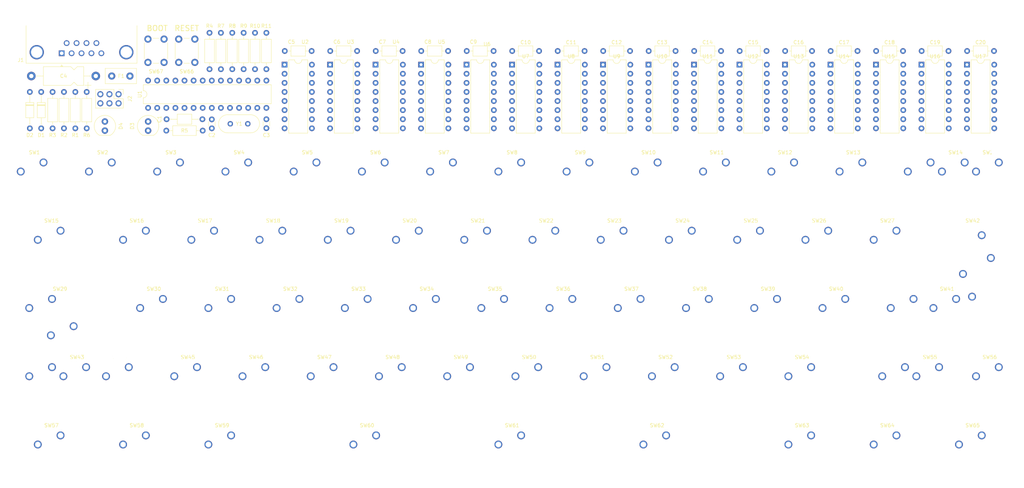
<source format=kicad_pcb>
(kicad_pcb (version 20171130) (host pcbnew 5.1.10)
  (layers (0 F.Cu signal) (31 B.Cu signal) (34 B.Paste user) (35 F.Paste user) (36 B.SilkS user) (37 F.SilkS user) (38 B.Mask user hide) (39 F.Mask user hide) (44 Edge.Cuts user))
  (net 0 "")
  (net 1 VCC)
  (net 2 GND)
  (net 3 XTAL1)
  (net 4 XTAL2)
  (net 5 "Net-(D1-Pad1)")
  (net 6 "Net-(D2-Pad1)")
  (net 7 LED0)
  (net 8 "Net-(D3-Pad1)")
  (net 9 "Net-(D4-Pad1)")
  (net 10 MISO)
  (net 11 SCK)
  (net 12 MOSI)
  (net 13 RST)
  (net 14 D-)
  (net 15 D+)
  (net 16 ROW0)
  (net 17 ROW1)
  (net 18 ROW2)
  (net 19 ROW3)
  (net 20 ROW4)
  (net 21 "Net-(SW1-Pad1)")
  (net 22 "Net-(SW2-Pad1)")
  (net 23 "Net-(SW3-Pad1)")
  (net 24 "Net-(SW4-Pad1)")
  (net 25 "Net-(SW5-Pad1)")
  (net 26 "Net-(SW6-Pad1)")
  (net 27 "Net-(SW7-Pad1)")
  (net 28 "Net-(SW8-Pad1)")
  (net 29 "Net-(SW9-Pad1)")
  (net 30 "Net-(SW10-Pad1)")
  (net 31 "Net-(SW11-Pad1)")
  (net 32 "Net-(SW12-Pad1)")
  (net 33 "Net-(SW13-Pad1)")
  (net 34 "Net-(SW14-Pad1)")
  (net 35 "Net-(SW15-Pad1)")
  (net 36 "Net-(SW16-Pad1)")
  (net 37 "Net-(SW17-Pad1)")
  (net 38 "Net-(SW18-Pad1)")
  (net 39 "Net-(SW19-Pad1)")
  (net 40 "Net-(SW20-Pad1)")
  (net 41 "Net-(SW21-Pad1)")
  (net 42 "Net-(SW22-Pad1)")
  (net 43 "Net-(SW23-Pad1)")
  (net 44 "Net-(SW24-Pad1)")
  (net 45 "Net-(SW25-Pad1)")
  (net 46 "Net-(SW26-Pad1)")
  (net 47 "Net-(SW27-Pad1)")
  (net 48 "Net-(SW28-Pad1)")
  (net 49 "Net-(SW29-Pad1)")
  (net 50 "Net-(SW30-Pad1)")
  (net 51 "Net-(SW31-Pad1)")
  (net 52 "Net-(SW32-Pad1)")
  (net 53 "Net-(SW33-Pad1)")
  (net 54 "Net-(SW34-Pad1)")
  (net 55 "Net-(SW35-Pad1)")
  (net 56 "Net-(SW36-Pad1)")
  (net 57 "Net-(SW37-Pad1)")
  (net 58 "Net-(SW38-Pad1)")
  (net 59 "Net-(SW39-Pad1)")
  (net 60 "Net-(SW40-Pad1)")
  (net 61 "Net-(SW41-Pad1)")
  (net 62 "Net-(SW42-Pad1)")
  (net 63 "Net-(SW43-Pad1)")
  (net 64 "Net-(SW44-Pad1)")
  (net 65 "Net-(SW45-Pad1)")
  (net 66 "Net-(SW46-Pad1)")
  (net 67 "Net-(SW47-Pad1)")
  (net 68 "Net-(SW48-Pad1)")
  (net 69 "Net-(SW49-Pad1)")
  (net 70 "Net-(SW50-Pad1)")
  (net 71 "Net-(SW51-Pad1)")
  (net 72 "Net-(SW52-Pad1)")
  (net 73 "Net-(SW53-Pad1)")
  (net 74 "Net-(SW54-Pad1)")
  (net 75 "Net-(SW55-Pad1)")
  (net 76 "Net-(SW56-Pad1)")
  (net 77 "Net-(SW57-Pad1)")
  (net 78 "Net-(SW58-Pad1)")
  (net 79 "Net-(SW59-Pad1)")
  (net 80 "Net-(SW60-Pad1)")
  (net 81 "Net-(SW61-Pad1)")
  (net 82 "Net-(SW62-Pad1)")
  (net 83 "Net-(SW63-Pad1)")
  (net 84 "Net-(SW64-Pad1)")
  (net 85 "Net-(SW65-Pad1)")
  (net 86 BOOT)
  (net 87 "Net-(U1-Pad3)")
  (net 88 /SEL0)
  (net 89 /SEL1)
  (net 90 /SEL2)
  (net 91 "Net-(U1-Pad26)")
  (net 92 /SEL3)
  (net 93 "Net-(U1-Pad27)")
  (net 94 "Net-(U1-Pad28)")
  (net 95 /COL6)
  (net 96 /COL5)
  (net 97 /COL4)
  (net 98 /COL3)
  (net 99 /COL2)
  (net 100 /COL1)
  (net 101 /COL7)
  (net 102 /COL0)
  (net 103 /COL8)
  (net 104 "Net-(U3-Pad7)")
  (net 105 /COL9)
  (net 106 /COL10)
  (net 107 /COL11)
  (net 108 /COL12)
  (net 109 /COL13)
  (net 110 "Net-(U3-Pad9)")
  (net 111 "Net-(U4-Pad3)")
  (net 112 "Net-(U5-Pad3)")
  (net 113 "Net-(U6-Pad3)")
  (net 114 "Net-(U7-Pad13)")
  (net 115 "Net-(U7-Pad3)")
  (net 116 "Net-(U8-Pad13)")
  (net 117 "Net-(U8-Pad3)")
  (net 118 "Net-(U9-Pad3)")
  (net 119 "Net-(U10-Pad13)")
  (net 120 "Net-(U10-Pad3)")
  (net 121 "Net-(U11-Pad3)")
  (net 122 "Net-(U12-Pad3)")
  (net 123 "Net-(U12-Pad13)")
  (net 124 "Net-(U13-Pad3)")
  (net 125 "Net-(U14-Pad3)")
  (net 126 "Net-(U14-Pad13)")
  (net 127 "Net-(U15-Pad3)")
  (net 128 "Net-(U16-Pad3)")
  (net 129 "Net-(U17-Pad3)")
  (net 130 "Net-(F1-Pad2)")
  (module Fuse:Fuse_Littelfuse_395Series (layer F.Cu) (at 107.315 107.315)
    (fp_text reference F1 (at 2.65 0) (layer F.SilkS))
    (fp_text value 100mA)
    (pad 2 thru_hole circle (at 5.08 0.01) (size 2 2) (drill 1) (layers *.Cu *.Mask) (net 130 "Net-(F1-Pad2)"))
    (pad 1 thru_hole circle (at 0 0) (size 2 2) (drill 1) (layers *.Cu *.Mask) (net 1 VCC))
  )
  (module LED_THT:LED_D5.0mm (layer F.Cu) (at 117.475 122.555 90)
    (fp_text reference D3 (at 1.27 -4.445 270) (layer F.SilkS))
    (fp_text value LED)
    (pad 2 thru_hole circle (at 2.54 0 90) (size 1.8 1.8) (drill 0.9) (layers *.Cu *.Mask) (net 7 LED0))
    (pad 1 thru_hole circle (at 0 0 90) (size 1.8 1.8) (drill 0.9) (layers *.Cu *.Mask) (net 8 "Net-(D3-Pad1)"))
  )
  (module LED_THT:LED_D5.0mm (layer F.Cu) (at 105.41 122.555 90)
    (fp_text reference D4 (at 1.27 4.445 90) (layer F.SilkS))
    (fp_text value LED)
    (pad 1 thru_hole circle (at 0 0 90) (size 1.8 1.8) (drill 0.9) (layers *.Cu *.Mask) (net 9 "Net-(D4-Pad1)"))
    (pad 2 thru_hole circle (at 2.54 0 90) (size 1.8 1.8) (drill 0.9) (layers *.Cu *.Mask) (net 1 VCC))
  )
  (module Capacitor_THT:CP_Axial_L11.0mm_D5.0mm_P18.00mm_Horizontal (layer F.Cu) (at 102.87 107.315 180)
    (fp_text reference C4 (at 9 0) (layer F.SilkS))
    (fp_text value 4.7u)
    (pad 2 thru_hole oval (at 18 0 180) (size 2.4 2.4) (drill 1.2) (layers *.Cu *.Mask) (net 2 GND))
    (pad 1 thru_hole circle (at 0 0 180) (size 2.4 2.4) (drill 1.2) (layers *.Cu *.Mask) (net 1 VCC))
  )
  (module Button_Switch_THT:SW_PUSH_6mm (layer F.Cu) (at 117.425 103.505 90)
    (fp_text reference SW67 (at -2.54 2.25) (layer F.SilkS))
    (fp_text value SW_Push)
    (pad 1 thru_hole circle (at 6.5 0 180) (size 2 2) (drill 1.1) (layers *.Cu *.Mask) (net 2 GND))
    (pad 2 thru_hole circle (at 6.5 4.5 180) (size 2 2) (drill 1.1) (layers *.Cu *.Mask) (net 86 BOOT))
    (pad 1 thru_hole circle (at 0 0 180) (size 2 2) (drill 1.1) (layers *.Cu *.Mask) (net 2 GND))
    (pad 2 thru_hole circle (at 0 4.5 180) (size 2 2) (drill 1.1) (layers *.Cu *.Mask) (net 86 BOOT))
  )
  (module Button_Switch_THT:SW_PUSH_6mm (layer F.Cu) (at 126.0225 103.505 90)
    (fp_text reference SW66 (at -2.54 2.25) (layer F.SilkS))
    (fp_text value SW_Push)
    (pad 1 thru_hole circle (at 6.5 0 180) (size 2 2) (drill 1.1) (layers *.Cu *.Mask) (net 2 GND))
    (pad 2 thru_hole circle (at 6.5 4.5 180) (size 2 2) (drill 1.1) (layers *.Cu *.Mask) (net 13 RST))
    (pad 1 thru_hole circle (at 0 0 180) (size 2 2) (drill 1.1) (layers *.Cu *.Mask) (net 2 GND))
    (pad 2 thru_hole circle (at 0 4.5 180) (size 2 2) (drill 1.1) (layers *.Cu *.Mask) (net 13 RST))
  )
  (module Capacitor_THT:C_Axial_L3.8mm_D2.6mm_P10.00mm_Horizontal (layer F.Cu) (at 132.635 119.38 180)
    (fp_text reference C1 (at 11.985 0 90) (layer F.SilkS))
    (fp_text value 100n)
    (pad 2 thru_hole oval (at 10 0 180) (size 1.6 1.6) (drill 0.8) (layers *.Cu *.Mask) (net 2 GND))
    (pad 1 thru_hole circle (at 0 0 180) (size 1.6 1.6) (drill 0.8) (layers *.Cu *.Mask) (net 1 VCC))
  )
  (module Diode_THT:D_DO-35_SOD27_P10.16mm_Horizontal (layer F.Cu) (at 84.455 111.76 270)
    (fp_text reference D2 (at 12.065 0 180) (layer F.SilkS))
    (fp_text value 3.6V)
    (pad 2 thru_hole oval (at 10.16 0 270) (size 1.6 1.6) (drill 0.8) (layers *.Cu *.Mask) (net 2 GND))
    (pad 1 thru_hole circle (at 0 0 270) (size 1.6 1.6) (drill 0.8) (layers *.Cu *.Mask) (net 6 "Net-(D2-Pad1)"))
  )
  (module Diode_THT:D_DO-35_SOD27_P10.16mm_Horizontal (layer F.Cu) (at 87.63 111.76 270)
    (fp_text reference D1 (at 12.065 0 180) (layer F.SilkS))
    (fp_text value 3.6V)
    (pad 2 thru_hole oval (at 10.16 0 270) (size 1.6 1.6) (drill 0.8) (layers *.Cu *.Mask) (net 2 GND))
    (pad 1 thru_hole circle (at 0 0 270) (size 1.6 1.6) (drill 0.8) (layers *.Cu *.Mask) (net 5 "Net-(D1-Pad1)"))
  )
  (module Crystal:Crystal_HC49-4H_Vertical (layer F.Cu) (at 140.424999 120.65)
    (fp_text reference Y1 (at 2.450001 0) (layer F.SilkS))
    (fp_text value 16MHz)
    (pad 2 thru_hole circle (at 4.88 0) (size 1.5 1.5) (drill 0.8) (layers *.Cu *.Mask) (net 4 XTAL2))
    (pad 1 thru_hole circle (at 0 0) (size 1.5 1.5) (drill 0.8) (layers *.Cu *.Mask) (net 3 XTAL1))
  )
  (module Capacitor_THT:C_Axial_L3.8mm_D2.6mm_P7.50mm_Horizontal (layer F.Cu) (at 346.125 100.33)
    (fp_text reference C20 (at 3.75 -2.42) (layer F.SilkS))
    (fp_text value 100n)
    (pad 2 thru_hole oval (at 7.5 0) (size 1.6 1.6) (drill 0.8) (layers *.Cu *.Mask) (net 1 VCC))
    (pad 1 thru_hole circle (at 0 0) (size 1.6 1.6) (drill 0.8) (layers *.Cu *.Mask) (net 2 GND))
  )
  (module Capacitor_THT:C_Axial_L3.8mm_D2.6mm_P7.50mm_Horizontal (layer F.Cu) (at 333.425 100.33)
    (fp_text reference C19 (at 3.75 -2.42) (layer F.SilkS))
    (fp_text value 100n)
    (pad 2 thru_hole oval (at 7.5 0) (size 1.6 1.6) (drill 0.8) (layers *.Cu *.Mask) (net 1 VCC))
    (pad 1 thru_hole circle (at 0 0) (size 1.6 1.6) (drill 0.8) (layers *.Cu *.Mask) (net 2 GND))
  )
  (module Capacitor_THT:C_Axial_L3.8mm_D2.6mm_P7.50mm_Horizontal (layer F.Cu) (at 320.725 100.33)
    (fp_text reference C18 (at 3.75 -2.42) (layer F.SilkS))
    (fp_text value 100n)
    (pad 2 thru_hole oval (at 7.5 0) (size 1.6 1.6) (drill 0.8) (layers *.Cu *.Mask) (net 1 VCC))
    (pad 1 thru_hole circle (at 0 0) (size 1.6 1.6) (drill 0.8) (layers *.Cu *.Mask) (net 2 GND))
  )
  (module Capacitor_THT:C_Axial_L3.8mm_D2.6mm_P7.50mm_Horizontal (layer F.Cu) (at 308.025 100.33)
    (fp_text reference C17 (at 3.75 -2.42) (layer F.SilkS))
    (fp_text value 100n)
    (pad 2 thru_hole oval (at 7.5 0) (size 1.6 1.6) (drill 0.8) (layers *.Cu *.Mask) (net 1 VCC))
    (pad 1 thru_hole circle (at 0 0) (size 1.6 1.6) (drill 0.8) (layers *.Cu *.Mask) (net 2 GND))
  )
  (module Capacitor_THT:C_Axial_L3.8mm_D2.6mm_P7.50mm_Horizontal (layer F.Cu) (at 295.325 100.33)
    (fp_text reference C16 (at 3.75 -2.42) (layer F.SilkS))
    (fp_text value 100n)
    (pad 2 thru_hole oval (at 7.5 0) (size 1.6 1.6) (drill 0.8) (layers *.Cu *.Mask) (net 1 VCC))
    (pad 1 thru_hole circle (at 0 0) (size 1.6 1.6) (drill 0.8) (layers *.Cu *.Mask) (net 2 GND))
  )
  (module Capacitor_THT:C_Axial_L3.8mm_D2.6mm_P7.50mm_Horizontal (layer F.Cu) (at 282.625 100.33)
    (fp_text reference C15 (at 3.75 -2.42) (layer F.SilkS))
    (fp_text value 100n)
    (pad 2 thru_hole oval (at 7.5 0) (size 1.6 1.6) (drill 0.8) (layers *.Cu *.Mask) (net 1 VCC))
    (pad 1 thru_hole circle (at 0 0) (size 1.6 1.6) (drill 0.8) (layers *.Cu *.Mask) (net 2 GND))
  )
  (module Capacitor_THT:C_Axial_L3.8mm_D2.6mm_P7.50mm_Horizontal (layer F.Cu) (at 269.925 100.33)
    (fp_text reference C14 (at 3.75 -2.42) (layer F.SilkS))
    (fp_text value 100n)
    (pad 2 thru_hole oval (at 7.5 0) (size 1.6 1.6) (drill 0.8) (layers *.Cu *.Mask) (net 1 VCC))
    (pad 1 thru_hole circle (at 0 0) (size 1.6 1.6) (drill 0.8) (layers *.Cu *.Mask) (net 2 GND))
  )
  (module Capacitor_THT:C_Axial_L3.8mm_D2.6mm_P7.50mm_Horizontal (layer F.Cu) (at 257.225 100.33)
    (fp_text reference C13 (at 3.75 -2.42) (layer F.SilkS))
    (fp_text value 100n)
    (pad 2 thru_hole oval (at 7.5 0) (size 1.6 1.6) (drill 0.8) (layers *.Cu *.Mask) (net 1 VCC))
    (pad 1 thru_hole circle (at 0 0) (size 1.6 1.6) (drill 0.8) (layers *.Cu *.Mask) (net 2 GND))
  )
  (module Capacitor_THT:C_Axial_L3.8mm_D2.6mm_P7.50mm_Horizontal (layer F.Cu) (at 244.525 100.33)
    (fp_text reference C12 (at 3.75 -2.42) (layer F.SilkS))
    (fp_text value 100n)
    (pad 2 thru_hole oval (at 7.5 0) (size 1.6 1.6) (drill 0.8) (layers *.Cu *.Mask) (net 1 VCC))
    (pad 1 thru_hole circle (at 0 0) (size 1.6 1.6) (drill 0.8) (layers *.Cu *.Mask) (net 2 GND))
  )
  (module Capacitor_THT:C_Axial_L3.8mm_D2.6mm_P7.50mm_Horizontal (layer F.Cu) (at 231.825 100.33)
    (fp_text reference C11 (at 3.75 -2.42) (layer F.SilkS))
    (fp_text value 100n)
    (pad 2 thru_hole oval (at 7.5 0) (size 1.6 1.6) (drill 0.8) (layers *.Cu *.Mask) (net 1 VCC))
    (pad 1 thru_hole circle (at 0 0) (size 1.6 1.6) (drill 0.8) (layers *.Cu *.Mask) (net 2 GND))
  )
  (module Capacitor_THT:C_Axial_L3.8mm_D2.6mm_P7.50mm_Horizontal (layer F.Cu) (at 219.125 100.33)
    (fp_text reference C10 (at 3.75 -2.42) (layer F.SilkS))
    (fp_text value 100n)
    (pad 2 thru_hole oval (at 7.5 0) (size 1.6 1.6) (drill 0.8) (layers *.Cu *.Mask) (net 1 VCC))
    (pad 1 thru_hole circle (at 0 0) (size 1.6 1.6) (drill 0.8) (layers *.Cu *.Mask) (net 2 GND))
  )
  (module Capacitor_THT:C_Axial_L3.8mm_D2.6mm_P7.50mm_Horizontal (layer F.Cu) (at 206.425 100.33)
    (fp_text reference C9 (at 1.855 -2.54) (layer F.SilkS))
    (fp_text value 100n)
    (pad 2 thru_hole oval (at 7.5 0) (size 1.6 1.6) (drill 0.8) (layers *.Cu *.Mask) (net 1 VCC))
    (pad 1 thru_hole circle (at 0 0) (size 1.6 1.6) (drill 0.8) (layers *.Cu *.Mask) (net 2 GND))
  )
  (module Capacitor_THT:C_Axial_L3.8mm_D2.6mm_P7.50mm_Horizontal (layer F.Cu) (at 193.725 100.33)
    (fp_text reference C8 (at 1.855 -2.54) (layer F.SilkS))
    (fp_text value 100n)
    (pad 2 thru_hole oval (at 7.5 0) (size 1.6 1.6) (drill 0.8) (layers *.Cu *.Mask) (net 1 VCC))
    (pad 1 thru_hole circle (at 0 0) (size 1.6 1.6) (drill 0.8) (layers *.Cu *.Mask) (net 2 GND))
  )
  (module Capacitor_THT:C_Axial_L3.8mm_D2.6mm_P7.50mm_Horizontal (layer F.Cu) (at 181.025 100.33)
    (fp_text reference C7 (at 1.855 -2.54) (layer F.SilkS))
    (fp_text value 100n)
    (pad 2 thru_hole oval (at 7.5 0) (size 1.6 1.6) (drill 0.8) (layers *.Cu *.Mask) (net 1 VCC))
    (pad 1 thru_hole circle (at 0 0) (size 1.6 1.6) (drill 0.8) (layers *.Cu *.Mask) (net 2 GND))
  )
  (module Capacitor_THT:C_Axial_L3.8mm_D2.6mm_P7.50mm_Horizontal (layer F.Cu) (at 168.325 100.33)
    (fp_text reference C6 (at 1.855 -2.54) (layer F.SilkS))
    (fp_text value 100n)
    (pad 2 thru_hole oval (at 7.5 0) (size 1.6 1.6) (drill 0.8) (layers *.Cu *.Mask) (net 2 GND))
    (pad 1 thru_hole circle (at 0 0) (size 1.6 1.6) (drill 0.8) (layers *.Cu *.Mask) (net 1 VCC))
  )
  (module Capacitor_THT:C_Axial_L3.8mm_D2.6mm_P7.50mm_Horizontal (layer F.Cu) (at 155.625 100.33)
    (fp_text reference C5 (at 1.855 -2.54) (layer F.SilkS))
    (fp_text value 100n)
    (pad 2 thru_hole oval (at 7.5 0) (size 1.6 1.6) (drill 0.8) (layers *.Cu *.Mask) (net 2 GND))
    (pad 1 thru_hole circle (at 0 0) (size 1.6 1.6) (drill 0.8) (layers *.Cu *.Mask) (net 1 VCC))
  )
  (module Capacitor_THT:C_Disc_D3.0mm_W1.6mm_P2.50mm (layer F.Cu) (at 135.255 121.92 90)
    (fp_text reference C2 (at -1.905 0 180) (layer F.SilkS))
    (fp_text value 22p)
    (pad 2 thru_hole circle (at 2.5 0 90) (size 1.6 1.6) (drill 0.8) (layers *.Cu *.Mask) (net 3 XTAL1))
    (pad 1 thru_hole circle (at 0 0 90) (size 1.6 1.6) (drill 0.8) (layers *.Cu *.Mask) (net 2 GND))
  )
  (module Capacitor_THT:C_Disc_D3.0mm_W1.6mm_P2.50mm (layer F.Cu) (at 150.495 119.38 270)
    (fp_text reference C3 (at 4.445 0 180) (layer F.SilkS))
    (fp_text value 22p)
    (pad 1 thru_hole circle (at 0 0 270) (size 1.6 1.6) (drill 0.8) (layers *.Cu *.Mask) (net 4 XTAL2))
    (pad 2 thru_hole circle (at 2.5 0 270) (size 1.6 1.6) (drill 0.8) (layers *.Cu *.Mask) (net 2 GND))
  )
  (module Connector_PinHeader_2.54mm:PinHeader_2x03_P2.54mm_Vertical (layer F.Cu) (at 109.22 112.395 270)
    (fp_text reference J2 (at 1.27 -3.175 270) (layer F.SilkS))
    (fp_text value "#AVR-ISP-6")
    (pad 1 thru_hole circle (at 0 0 270) (size 1.7 1.7) (drill 1) (layers *.Cu *.Mask) (net 10 MISO))
    (pad 2 thru_hole oval (at 2.54 0 270) (size 1.7 1.7) (drill 1) (layers *.Cu *.Mask) (net 1 VCC))
    (pad 3 thru_hole oval (at 0 2.54 270) (size 1.7 1.7) (drill 1) (layers *.Cu *.Mask) (net 11 SCK))
    (pad 4 thru_hole oval (at 2.54 2.54 270) (size 1.7 1.7) (drill 1) (layers *.Cu *.Mask) (net 12 MOSI))
    (pad 5 thru_hole oval (at 0 5.08 270) (size 1.7 1.7) (drill 1) (layers *.Cu *.Mask) (net 13 RST))
    (pad 6 thru_hole oval (at 2.54 5.08 270) (size 1.7 1.7) (drill 1) (layers *.Cu *.Mask) (net 2 GND))
  )
  (module Resistor_THT:R_Axial_DIN0207_L6.3mm_D2.5mm_P10.16mm_Horizontal (layer F.Cu) (at 97.155 121.92 90)
    (fp_text reference R1 (at -1.905 0 180) (layer F.SilkS))
    (fp_text value 1.5k)
    (pad 1 thru_hole circle (at 0 0 90) (size 1.6 1.6) (drill 0.8) (layers *.Cu *.Mask) (net 1 VCC))
    (pad 2 thru_hole oval (at 10.16 0 90) (size 1.6 1.6) (drill 0.8) (layers *.Cu *.Mask) (net 6 "Net-(D2-Pad1)"))
  )
  (module Resistor_THT:R_Axial_DIN0207_L6.3mm_D2.5mm_P10.16mm_Horizontal (layer F.Cu) (at 93.98 111.76 270)
    (fp_text reference R2 (at 12.065 0 180) (layer F.SilkS))
    (fp_text value 75R)
    (pad 1 thru_hole circle (at 0 0 270) (size 1.6 1.6) (drill 0.8) (layers *.Cu *.Mask) (net 6 "Net-(D2-Pad1)"))
    (pad 2 thru_hole oval (at 10.16 0 270) (size 1.6 1.6) (drill 0.8) (layers *.Cu *.Mask) (net 14 D-))
  )
  (module Resistor_THT:R_Axial_DIN0207_L6.3mm_D2.5mm_P10.16mm_Horizontal (layer F.Cu) (at 90.805 111.76 270)
    (fp_text reference R3 (at 12.065 0 180) (layer F.SilkS))
    (fp_text value 75R)
    (pad 2 thru_hole oval (at 10.16 0 270) (size 1.6 1.6) (drill 0.8) (layers *.Cu *.Mask) (net 15 D+))
    (pad 1 thru_hole circle (at 0 0 270) (size 1.6 1.6) (drill 0.8) (layers *.Cu *.Mask) (net 5 "Net-(D1-Pad1)"))
  )
  (module Resistor_THT:R_Axial_DIN0207_L6.3mm_D2.5mm_P10.16mm_Horizontal (layer F.Cu) (at 134.62 95.25 270)
    (fp_text reference R4 (at -1.905 0) (layer F.SilkS))
    (fp_text value 10k)
    (pad 2 thru_hole oval (at 10.16 0 270) (size 1.6 1.6) (drill 0.8) (layers *.Cu *.Mask) (net 13 RST))
    (pad 1 thru_hole circle (at 0 0 270) (size 1.6 1.6) (drill 0.8) (layers *.Cu *.Mask) (net 1 VCC))
  )
  (module Resistor_THT:R_Axial_DIN0207_L6.3mm_D2.5mm_P10.16mm_Horizontal (layer F.Cu) (at 132.715 122.555 180)
    (fp_text reference R5 (at 5.08 0) (layer F.SilkS))
    (fp_text value 220R)
    (pad 1 thru_hole circle (at 0 0 180) (size 1.6 1.6) (drill 0.8) (layers *.Cu *.Mask) (net 8 "Net-(D3-Pad1)"))
    (pad 2 thru_hole oval (at 10.16 0 180) (size 1.6 1.6) (drill 0.8) (layers *.Cu *.Mask) (net 2 GND))
  )
  (module Resistor_THT:R_Axial_DIN0207_L6.3mm_D2.5mm_P10.16mm_Horizontal (layer F.Cu) (at 100.33 111.76 270)
    (fp_text reference R6 (at 12.065 0 180) (layer F.SilkS))
    (fp_text value 220R)
    (pad 1 thru_hole circle (at 0 0 270) (size 1.6 1.6) (drill 0.8) (layers *.Cu *.Mask) (net 9 "Net-(D4-Pad1)"))
    (pad 2 thru_hole oval (at 10.16 0 270) (size 1.6 1.6) (drill 0.8) (layers *.Cu *.Mask) (net 2 GND))
  )
  (module Resistor_THT:R_Axial_DIN0207_L6.3mm_D2.5mm_P10.16mm_Horizontal (layer F.Cu) (at 137.795 95.25 270)
    (fp_text reference R7 (at -1.905 0) (layer F.SilkS))
    (fp_text value 10k)
    (pad 2 thru_hole oval (at 10.16 0 270) (size 1.6 1.6) (drill 0.8) (layers *.Cu *.Mask) (net 16 ROW0))
    (pad 1 thru_hole circle (at 0 0 270) (size 1.6 1.6) (drill 0.8) (layers *.Cu *.Mask) (net 1 VCC))
  )
  (module Resistor_THT:R_Axial_DIN0207_L6.3mm_D2.5mm_P10.16mm_Horizontal (layer F.Cu) (at 140.97 95.25 270)
    (fp_text reference R8 (at -1.905 0 180) (layer F.SilkS))
    (fp_text value 10k)
    (pad 1 thru_hole circle (at 0 0 270) (size 1.6 1.6) (drill 0.8) (layers *.Cu *.Mask) (net 1 VCC))
    (pad 2 thru_hole oval (at 10.16 0 270) (size 1.6 1.6) (drill 0.8) (layers *.Cu *.Mask) (net 17 ROW1))
  )
  (module Resistor_THT:R_Axial_DIN0207_L6.3mm_D2.5mm_P10.16mm_Horizontal (layer F.Cu) (at 144.145 95.25 270)
    (fp_text reference R9 (at -1.905 0 180) (layer F.SilkS))
    (fp_text value 10k)
    (pad 2 thru_hole oval (at 10.16 0 270) (size 1.6 1.6) (drill 0.8) (layers *.Cu *.Mask) (net 18 ROW2))
    (pad 1 thru_hole circle (at 0 0 270) (size 1.6 1.6) (drill 0.8) (layers *.Cu *.Mask) (net 1 VCC))
  )
  (module Resistor_THT:R_Axial_DIN0207_L6.3mm_D2.5mm_P10.16mm_Horizontal (layer F.Cu) (at 147.32 95.25 270)
    (fp_text reference R10 (at -1.905 0 180) (layer F.SilkS))
    (fp_text value 10k)
    (pad 1 thru_hole circle (at 0 0 270) (size 1.6 1.6) (drill 0.8) (layers *.Cu *.Mask) (net 1 VCC))
    (pad 2 thru_hole oval (at 10.16 0 270) (size 1.6 1.6) (drill 0.8) (layers *.Cu *.Mask) (net 19 ROW3))
  )
  (module Resistor_THT:R_Axial_DIN0207_L6.3mm_D2.5mm_P10.16mm_Horizontal (layer F.Cu) (at 150.495 95.25 270)
    (fp_text reference R11 (at -1.905 0 180) (layer F.SilkS))
    (fp_text value 10k)
    (pad 2 thru_hole oval (at 10.16 0 270) (size 1.6 1.6) (drill 0.8) (layers *.Cu *.Mask) (net 20 ROW4))
    (pad 1 thru_hole circle (at 0 0 270) (size 1.6 1.6) (drill 0.8) (layers *.Cu *.Mask) (net 1 VCC))
  )
  (module Segment_Footprints:Segment_MX_1.00u_PCB (layer F.Cu) (at 85.725 136.525)
    (fp_text reference SW1 (at 0 -7.874) (layer F.SilkS))
    (fp_text value SW_Push_45deg)
    (pad 1 thru_hole circle (at -3.81 -2.54) (size 2.2 2.2) (drill 1.5) (layers *.Cu *.Mask) (net 21 "Net-(SW1-Pad1)"))
    (pad 2 thru_hole circle (at 2.54 -5.08) (size 2.2 2.2) (drill 1.5) (layers *.Cu *.Mask) (net 16 ROW0))
    (pad "" np_thru_hole circle (at 5.08 0) (size 1.7 1.7) (drill 1.7) (layers *.Cu *.Mask))
    (pad "" np_thru_hole circle (at 0 0) (size 4 4) (drill 4) (layers *.Cu *.Mask))
    (pad "" np_thru_hole circle (at -5.08 0) (size 1.7 1.7) (drill 1.7) (layers *.Cu *.Mask))
  )
  (module Segment_Footprints:Segment_MX_1.00u_PCB (layer F.Cu) (at 104.775 136.525)
    (fp_text reference SW2 (at 0 -7.874) (layer F.SilkS))
    (fp_text value SW_Push_45deg)
    (pad 1 thru_hole circle (at -3.81 -2.54) (size 2.2 2.2) (drill 1.5) (layers *.Cu *.Mask) (net 22 "Net-(SW2-Pad1)"))
    (pad 2 thru_hole circle (at 2.54 -5.08) (size 2.2 2.2) (drill 1.5) (layers *.Cu *.Mask) (net 16 ROW0))
    (pad "" np_thru_hole circle (at 5.08 0) (size 1.7 1.7) (drill 1.7) (layers *.Cu *.Mask))
    (pad "" np_thru_hole circle (at 0 0) (size 4 4) (drill 4) (layers *.Cu *.Mask))
    (pad "" np_thru_hole circle (at -5.08 0) (size 1.7 1.7) (drill 1.7) (layers *.Cu *.Mask))
  )
  (module Segment_Footprints:Segment_MX_1.00u_PCB (layer F.Cu) (at 123.825 136.525)
    (fp_text reference SW3 (at 0 -7.874) (layer F.SilkS))
    (fp_text value SW_Push_45deg)
    (pad "" np_thru_hole circle (at -5.08 0) (size 1.7 1.7) (drill 1.7) (layers *.Cu *.Mask))
    (pad "" np_thru_hole circle (at 0 0) (size 4 4) (drill 4) (layers *.Cu *.Mask))
    (pad "" np_thru_hole circle (at 5.08 0) (size 1.7 1.7) (drill 1.7) (layers *.Cu *.Mask))
    (pad 2 thru_hole circle (at 2.54 -5.08) (size 2.2 2.2) (drill 1.5) (layers *.Cu *.Mask) (net 16 ROW0))
    (pad 1 thru_hole circle (at -3.81 -2.54) (size 2.2 2.2) (drill 1.5) (layers *.Cu *.Mask) (net 23 "Net-(SW3-Pad1)"))
  )
  (module Segment_Footprints:Segment_MX_1.00u_PCB (layer F.Cu) (at 142.875 136.525)
    (fp_text reference SW4 (at 0 -7.874) (layer F.SilkS))
    (fp_text value SW_Push_45deg)
    (pad 1 thru_hole circle (at -3.81 -2.54) (size 2.2 2.2) (drill 1.5) (layers *.Cu *.Mask) (net 24 "Net-(SW4-Pad1)"))
    (pad 2 thru_hole circle (at 2.54 -5.08) (size 2.2 2.2) (drill 1.5) (layers *.Cu *.Mask) (net 16 ROW0))
    (pad "" np_thru_hole circle (at 5.08 0) (size 1.7 1.7) (drill 1.7) (layers *.Cu *.Mask))
    (pad "" np_thru_hole circle (at 0 0) (size 4 4) (drill 4) (layers *.Cu *.Mask))
    (pad "" np_thru_hole circle (at -5.08 0) (size 1.7 1.7) (drill 1.7) (layers *.Cu *.Mask))
  )
  (module Segment_Footprints:Segment_MX_1.00u_PCB (layer F.Cu) (at 161.925 136.525)
    (fp_text reference SW5 (at 0 -7.874) (layer F.SilkS))
    (fp_text value SW_Push_45deg)
    (pad 1 thru_hole circle (at -3.81 -2.54) (size 2.2 2.2) (drill 1.5) (layers *.Cu *.Mask) (net 25 "Net-(SW5-Pad1)"))
    (pad 2 thru_hole circle (at 2.54 -5.08) (size 2.2 2.2) (drill 1.5) (layers *.Cu *.Mask) (net 16 ROW0))
    (pad "" np_thru_hole circle (at 5.08 0) (size 1.7 1.7) (drill 1.7) (layers *.Cu *.Mask))
    (pad "" np_thru_hole circle (at 0 0) (size 4 4) (drill 4) (layers *.Cu *.Mask))
    (pad "" np_thru_hole circle (at -5.08 0) (size 1.7 1.7) (drill 1.7) (layers *.Cu *.Mask))
  )
  (module Segment_Footprints:Segment_MX_1.00u_PCB (layer F.Cu) (at 180.975 136.525)
    (fp_text reference SW6 (at 0 -7.874) (layer F.SilkS))
    (fp_text value SW_Push_45deg)
    (pad 1 thru_hole circle (at -3.81 -2.54) (size 2.2 2.2) (drill 1.5) (layers *.Cu *.Mask) (net 26 "Net-(SW6-Pad1)"))
    (pad 2 thru_hole circle (at 2.54 -5.08) (size 2.2 2.2) (drill 1.5) (layers *.Cu *.Mask) (net 16 ROW0))
    (pad "" np_thru_hole circle (at 5.08 0) (size 1.7 1.7) (drill 1.7) (layers *.Cu *.Mask))
    (pad "" np_thru_hole circle (at 0 0) (size 4 4) (drill 4) (layers *.Cu *.Mask))
    (pad "" np_thru_hole circle (at -5.08 0) (size 1.7 1.7) (drill 1.7) (layers *.Cu *.Mask))
  )
  (module Segment_Footprints:Segment_MX_1.00u_PCB (layer F.Cu) (at 200.025 136.525)
    (fp_text reference SW7 (at 0 -7.874) (layer F.SilkS))
    (fp_text value SW_Push_45deg)
    (pad "" np_thru_hole circle (at -5.08 0) (size 1.7 1.7) (drill 1.7) (layers *.Cu *.Mask))
    (pad "" np_thru_hole circle (at 0 0) (size 4 4) (drill 4) (layers *.Cu *.Mask))
    (pad "" np_thru_hole circle (at 5.08 0) (size 1.7 1.7) (drill 1.7) (layers *.Cu *.Mask))
    (pad 2 thru_hole circle (at 2.54 -5.08) (size 2.2 2.2) (drill 1.5) (layers *.Cu *.Mask) (net 16 ROW0))
    (pad 1 thru_hole circle (at -3.81 -2.54) (size 2.2 2.2) (drill 1.5) (layers *.Cu *.Mask) (net 27 "Net-(SW7-Pad1)"))
  )
  (module Segment_Footprints:Segment_MX_1.00u_PCB (layer F.Cu) (at 219.075 136.525)
    (fp_text reference SW8 (at 0 -7.874) (layer F.SilkS))
    (fp_text value SW_Push_45deg)
    (pad "" np_thru_hole circle (at -5.08 0) (size 1.7 1.7) (drill 1.7) (layers *.Cu *.Mask))
    (pad "" np_thru_hole circle (at 0 0) (size 4 4) (drill 4) (layers *.Cu *.Mask))
    (pad "" np_thru_hole circle (at 5.08 0) (size 1.7 1.7) (drill 1.7) (layers *.Cu *.Mask))
    (pad 2 thru_hole circle (at 2.54 -5.08) (size 2.2 2.2) (drill 1.5) (layers *.Cu *.Mask) (net 16 ROW0))
    (pad 1 thru_hole circle (at -3.81 -2.54) (size 2.2 2.2) (drill 1.5) (layers *.Cu *.Mask) (net 28 "Net-(SW8-Pad1)"))
  )
  (module Segment_Footprints:Segment_MX_1.00u_PCB (layer F.Cu) (at 238.125 136.525)
    (fp_text reference SW9 (at 0 -7.874) (layer F.SilkS))
    (fp_text value SW_Push_45deg)
    (pad 1 thru_hole circle (at -3.81 -2.54) (size 2.2 2.2) (drill 1.5) (layers *.Cu *.Mask) (net 29 "Net-(SW9-Pad1)"))
    (pad 2 thru_hole circle (at 2.54 -5.08) (size 2.2 2.2) (drill 1.5) (layers *.Cu *.Mask) (net 16 ROW0))
    (pad "" np_thru_hole circle (at 5.08 0) (size 1.7 1.7) (drill 1.7) (layers *.Cu *.Mask))
    (pad "" np_thru_hole circle (at 0 0) (size 4 4) (drill 4) (layers *.Cu *.Mask))
    (pad "" np_thru_hole circle (at -5.08 0) (size 1.7 1.7) (drill 1.7) (layers *.Cu *.Mask))
  )
  (module Segment_Footprints:Segment_MX_1.00u_PCB (layer F.Cu) (at 257.175 136.525)
    (fp_text reference SW10 (at 0 -7.874) (layer F.SilkS))
    (fp_text value SW_Push_45deg)
    (pad "" np_thru_hole circle (at -5.08 0) (size 1.7 1.7) (drill 1.7) (layers *.Cu *.Mask))
    (pad "" np_thru_hole circle (at 0 0) (size 4 4) (drill 4) (layers *.Cu *.Mask))
    (pad "" np_thru_hole circle (at 5.08 0) (size 1.7 1.7) (drill 1.7) (layers *.Cu *.Mask))
    (pad 2 thru_hole circle (at 2.54 -5.08) (size 2.2 2.2) (drill 1.5) (layers *.Cu *.Mask) (net 16 ROW0))
    (pad 1 thru_hole circle (at -3.81 -2.54) (size 2.2 2.2) (drill 1.5) (layers *.Cu *.Mask) (net 30 "Net-(SW10-Pad1)"))
  )
  (module Segment_Footprints:Segment_MX_1.00u_PCB (layer F.Cu) (at 276.225 136.525)
    (fp_text reference SW11 (at 0 -7.874) (layer F.SilkS))
    (fp_text value SW_Push_45deg)
    (pad "" np_thru_hole circle (at -5.08 0) (size 1.7 1.7) (drill 1.7) (layers *.Cu *.Mask))
    (pad "" np_thru_hole circle (at 0 0) (size 4 4) (drill 4) (layers *.Cu *.Mask))
    (pad "" np_thru_hole circle (at 5.08 0) (size 1.7 1.7) (drill 1.7) (layers *.Cu *.Mask))
    (pad 2 thru_hole circle (at 2.54 -5.08) (size 2.2 2.2) (drill 1.5) (layers *.Cu *.Mask) (net 16 ROW0))
    (pad 1 thru_hole circle (at -3.81 -2.54) (size 2.2 2.2) (drill 1.5) (layers *.Cu *.Mask) (net 31 "Net-(SW11-Pad1)"))
  )
  (module Segment_Footprints:Segment_MX_1.00u_PCB (layer F.Cu) (at 295.275 136.525)
    (fp_text reference SW12 (at 0 -7.874) (layer F.SilkS))
    (fp_text value SW_Push_45deg)
    (pad 1 thru_hole circle (at -3.81 -2.54) (size 2.2 2.2) (drill 1.5) (layers *.Cu *.Mask) (net 32 "Net-(SW12-Pad1)"))
    (pad 2 thru_hole circle (at 2.54 -5.08) (size 2.2 2.2) (drill 1.5) (layers *.Cu *.Mask) (net 16 ROW0))
    (pad "" np_thru_hole circle (at 5.08 0) (size 1.7 1.7) (drill 1.7) (layers *.Cu *.Mask))
    (pad "" np_thru_hole circle (at 0 0) (size 4 4) (drill 4) (layers *.Cu *.Mask))
    (pad "" np_thru_hole circle (at -5.08 0) (size 1.7 1.7) (drill 1.7) (layers *.Cu *.Mask))
  )
  (module Segment_Footprints:Segment_MX_1.00u_PCB (layer F.Cu) (at 314.325 136.525)
    (fp_text reference SW13 (at 0 -7.874) (layer F.SilkS))
    (fp_text value SW_Push_45deg)
    (pad "" np_thru_hole circle (at -5.08 0) (size 1.7 1.7) (drill 1.7) (layers *.Cu *.Mask))
    (pad "" np_thru_hole circle (at 0 0) (size 4 4) (drill 4) (layers *.Cu *.Mask))
    (pad "" np_thru_hole circle (at 5.08 0) (size 1.7 1.7) (drill 1.7) (layers *.Cu *.Mask))
    (pad 2 thru_hole circle (at 2.54 -5.08) (size 2.2 2.2) (drill 1.5) (layers *.Cu *.Mask) (net 16 ROW0))
    (pad 1 thru_hole circle (at -3.81 -2.54) (size 2.2 2.2) (drill 1.5) (layers *.Cu *.Mask) (net 33 "Net-(SW13-Pad1)"))
  )
  (module Segment_Footprints:Segment_MX_1.00u_2.00u_PCB (layer F.Cu) (at 333.375 136.525)
    (fp_text reference SW14 (at 9.525 -7.874) (layer F.SilkS))
    (fp_text value SW_Push_45deg)
    (pad 1 thru_hole circle (at 5.715 -2.54) (size 2.2 2.2) (drill 1.5) (layers *.Cu *.Mask) (net 34 "Net-(SW14-Pad1)"))
    (pad "" np_thru_hole circle (at 9.525 0) (size 4 4) (drill 4) (layers *.Cu *.Mask))
    (pad 2 thru_hole circle (at 12.065 -5.08) (size 2.2 2.2) (drill 1.5) (layers *.Cu *.Mask) (net 16 ROW0))
    (pad "" np_thru_hole circle (at -2.375 -8.24 180) (size 4 4) (drill 4) (layers *.Cu *.Mask))
    (pad "" np_thru_hole circle (at -2.375 7 180) (size 3.05 3.05) (drill 3.05) (layers *.Cu *.Mask))
    (pad "" np_thru_hole circle (at 21.425 7 180) (size 3.05 3.05) (drill 3.05) (layers *.Cu *.Mask))
    (pad "" np_thru_hole circle (at 21.425 -8.24 180) (size 4 4) (drill 4) (layers *.Cu *.Mask))
    (pad "" np_thru_hole circle (at -5.08 0) (size 1.7 1.7) (drill 1.7) (layers *.Cu *.Mask))
    (pad "" np_thru_hole circle (at 0 0) (size 4 4) (drill 4) (layers *.Cu *.Mask))
    (pad 2 thru_hole circle (at 2.54 -5.08) (size 2.2 2.2) (drill 1.5) (layers *.Cu *.Mask) (net 16 ROW0))
    (pad 1 thru_hole circle (at -3.81 -2.54) (size 2.2 2.2) (drill 1.5) (layers *.Cu *.Mask) (net 34 "Net-(SW14-Pad1)"))
    (pad "" np_thru_hole oval (at 4.7625 0) (size 2.335 1.7) (drill oval 2.335 1.7) (layers *.Cu *.Mask))
    (pad "" np_thru_hole oval (at 14.2875 0) (size 2.335 1.7) (drill oval 2.335 1.7) (layers *.Cu *.Mask))
  )
  (module Segment_Footprints:Segment_MX_1.50u_PCB (layer F.Cu) (at 90.4875 155.575)
    (fp_text reference SW15 (at 0 -7.874) (layer F.SilkS))
    (fp_text value SW_Push_45deg)
    (pad "" np_thru_hole circle (at 5.08 0) (size 1.7 1.7) (drill 1.7) (layers *.Cu *.Mask))
    (pad "" np_thru_hole circle (at -5.08 0) (size 1.7 1.7) (drill 1.7) (layers *.Cu *.Mask))
    (pad "" np_thru_hole circle (at 0 0) (size 4 4) (drill 4) (layers *.Cu *.Mask))
    (pad 1 thru_hole circle (at -3.81 -2.54) (size 2.2 2.2) (drill 1.5) (layers *.Cu *.Mask) (net 35 "Net-(SW15-Pad1)"))
    (pad 2 thru_hole circle (at 2.54 -5.08) (size 2.2 2.2) (drill 1.5) (layers *.Cu *.Mask) (net 17 ROW1))
  )
  (module Segment_Footprints:Segment_MX_1.00u_PCB (layer F.Cu) (at 114.3 155.575)
    (fp_text reference SW16 (at 0 -7.874) (layer F.SilkS))
    (fp_text value SW_Push_45deg)
    (pad "" np_thru_hole circle (at -5.08 0) (size 1.7 1.7) (drill 1.7) (layers *.Cu *.Mask))
    (pad "" np_thru_hole circle (at 0 0) (size 4 4) (drill 4) (layers *.Cu *.Mask))
    (pad "" np_thru_hole circle (at 5.08 0) (size 1.7 1.7) (drill 1.7) (layers *.Cu *.Mask))
    (pad 2 thru_hole circle (at 2.54 -5.08) (size 2.2 2.2) (drill 1.5) (layers *.Cu *.Mask) (net 17 ROW1))
    (pad 1 thru_hole circle (at -3.81 -2.54) (size 2.2 2.2) (drill 1.5) (layers *.Cu *.Mask) (net 36 "Net-(SW16-Pad1)"))
  )
  (module Segment_Footprints:Segment_MX_1.00u_PCB (layer F.Cu) (at 133.35 155.575)
    (fp_text reference SW17 (at 0 -7.874) (layer F.SilkS))
    (fp_text value SW_Push_45deg)
    (pad 1 thru_hole circle (at -3.81 -2.54) (size 2.2 2.2) (drill 1.5) (layers *.Cu *.Mask) (net 37 "Net-(SW17-Pad1)"))
    (pad 2 thru_hole circle (at 2.54 -5.08) (size 2.2 2.2) (drill 1.5) (layers *.Cu *.Mask) (net 17 ROW1))
    (pad "" np_thru_hole circle (at 5.08 0) (size 1.7 1.7) (drill 1.7) (layers *.Cu *.Mask))
    (pad "" np_thru_hole circle (at 0 0) (size 4 4) (drill 4) (layers *.Cu *.Mask))
    (pad "" np_thru_hole circle (at -5.08 0) (size 1.7 1.7) (drill 1.7) (layers *.Cu *.Mask))
  )
  (module Segment_Footprints:Segment_MX_1.00u_PCB (layer F.Cu) (at 152.4 155.575)
    (fp_text reference SW18 (at 0 -7.874) (layer F.SilkS))
    (fp_text value SW_Push_45deg)
    (pad "" np_thru_hole circle (at -5.08 0) (size 1.7 1.7) (drill 1.7) (layers *.Cu *.Mask))
    (pad "" np_thru_hole circle (at 0 0) (size 4 4) (drill 4) (layers *.Cu *.Mask))
    (pad "" np_thru_hole circle (at 5.08 0) (size 1.7 1.7) (drill 1.7) (layers *.Cu *.Mask))
    (pad 2 thru_hole circle (at 2.54 -5.08) (size 2.2 2.2) (drill 1.5) (layers *.Cu *.Mask) (net 17 ROW1))
    (pad 1 thru_hole circle (at -3.81 -2.54) (size 2.2 2.2) (drill 1.5) (layers *.Cu *.Mask) (net 38 "Net-(SW18-Pad1)"))
  )
  (module Segment_Footprints:Segment_MX_1.00u_PCB (layer F.Cu) (at 171.45 155.575)
    (fp_text reference SW19 (at 0 -7.874) (layer F.SilkS))
    (fp_text value SW_Push_45deg)
    (pad "" np_thru_hole circle (at -5.08 0) (size 1.7 1.7) (drill 1.7) (layers *.Cu *.Mask))
    (pad "" np_thru_hole circle (at 0 0) (size 4 4) (drill 4) (layers *.Cu *.Mask))
    (pad "" np_thru_hole circle (at 5.08 0) (size 1.7 1.7) (drill 1.7) (layers *.Cu *.Mask))
    (pad 2 thru_hole circle (at 2.54 -5.08) (size 2.2 2.2) (drill 1.5) (layers *.Cu *.Mask) (net 17 ROW1))
    (pad 1 thru_hole circle (at -3.81 -2.54) (size 2.2 2.2) (drill 1.5) (layers *.Cu *.Mask) (net 39 "Net-(SW19-Pad1)"))
  )
  (module Segment_Footprints:Segment_MX_1.00u_PCB (layer F.Cu) (at 190.5 155.575)
    (fp_text reference SW20 (at 0 -7.874) (layer F.SilkS))
    (fp_text value SW_Push_45deg)
    (pad "" np_thru_hole circle (at -5.08 0) (size 1.7 1.7) (drill 1.7) (layers *.Cu *.Mask))
    (pad "" np_thru_hole circle (at 0 0) (size 4 4) (drill 4) (layers *.Cu *.Mask))
    (pad "" np_thru_hole circle (at 5.08 0) (size 1.7 1.7) (drill 1.7) (layers *.Cu *.Mask))
    (pad 2 thru_hole circle (at 2.54 -5.08) (size 2.2 2.2) (drill 1.5) (layers *.Cu *.Mask) (net 17 ROW1))
    (pad 1 thru_hole circle (at -3.81 -2.54) (size 2.2 2.2) (drill 1.5) (layers *.Cu *.Mask) (net 40 "Net-(SW20-Pad1)"))
  )
  (module Segment_Footprints:Segment_MX_1.00u_PCB (layer F.Cu) (at 209.55 155.575)
    (fp_text reference SW21 (at 0 -7.874) (layer F.SilkS))
    (fp_text value SW_Push_45deg)
    (pad "" np_thru_hole circle (at -5.08 0) (size 1.7 1.7) (drill 1.7) (layers *.Cu *.Mask))
    (pad "" np_thru_hole circle (at 0 0) (size 4 4) (drill 4) (layers *.Cu *.Mask))
    (pad "" np_thru_hole circle (at 5.08 0) (size 1.7 1.7) (drill 1.7) (layers *.Cu *.Mask))
    (pad 2 thru_hole circle (at 2.54 -5.08) (size 2.2 2.2) (drill 1.5) (layers *.Cu *.Mask) (net 17 ROW1))
    (pad 1 thru_hole circle (at -3.81 -2.54) (size 2.2 2.2) (drill 1.5) (layers *.Cu *.Mask) (net 41 "Net-(SW21-Pad1)"))
  )
  (module Segment_Footprints:Segment_MX_1.00u_PCB (layer F.Cu) (at 228.6 155.575)
    (fp_text reference SW22 (at 0 -7.874) (layer F.SilkS))
    (fp_text value SW_Push_45deg)
    (pad 1 thru_hole circle (at -3.81 -2.54) (size 2.2 2.2) (drill 1.5) (layers *.Cu *.Mask) (net 42 "Net-(SW22-Pad1)"))
    (pad 2 thru_hole circle (at 2.54 -5.08) (size 2.2 2.2) (drill 1.5) (layers *.Cu *.Mask) (net 17 ROW1))
    (pad "" np_thru_hole circle (at 5.08 0) (size 1.7 1.7) (drill 1.7) (layers *.Cu *.Mask))
    (pad "" np_thru_hole circle (at 0 0) (size 4 4) (drill 4) (layers *.Cu *.Mask))
    (pad "" np_thru_hole circle (at -5.08 0) (size 1.7 1.7) (drill 1.7) (layers *.Cu *.Mask))
  )
  (module Segment_Footprints:Segment_MX_1.00u_PCB (layer F.Cu) (at 247.65 155.575)
    (fp_text reference SW23 (at 0 -7.874) (layer F.SilkS))
    (fp_text value SW_Push_45deg)
    (pad 1 thru_hole circle (at -3.81 -2.54) (size 2.2 2.2) (drill 1.5) (layers *.Cu *.Mask) (net 43 "Net-(SW23-Pad1)"))
    (pad 2 thru_hole circle (at 2.54 -5.08) (size 2.2 2.2) (drill 1.5) (layers *.Cu *.Mask) (net 17 ROW1))
    (pad "" np_thru_hole circle (at 5.08 0) (size 1.7 1.7) (drill 1.7) (layers *.Cu *.Mask))
    (pad "" np_thru_hole circle (at 0 0) (size 4 4) (drill 4) (layers *.Cu *.Mask))
    (pad "" np_thru_hole circle (at -5.08 0) (size 1.7 1.7) (drill 1.7) (layers *.Cu *.Mask))
  )
  (module Segment_Footprints:Segment_MX_1.00u_PCB (layer F.Cu) (at 266.7 155.575)
    (fp_text reference SW24 (at 0 -7.874) (layer F.SilkS))
    (fp_text value SW_Push_45deg)
    (pad 1 thru_hole circle (at -3.81 -2.54) (size 2.2 2.2) (drill 1.5) (layers *.Cu *.Mask) (net 44 "Net-(SW24-Pad1)"))
    (pad 2 thru_hole circle (at 2.54 -5.08) (size 2.2 2.2) (drill 1.5) (layers *.Cu *.Mask) (net 17 ROW1))
    (pad "" np_thru_hole circle (at 5.08 0) (size 1.7 1.7) (drill 1.7) (layers *.Cu *.Mask))
    (pad "" np_thru_hole circle (at 0 0) (size 4 4) (drill 4) (layers *.Cu *.Mask))
    (pad "" np_thru_hole circle (at -5.08 0) (size 1.7 1.7) (drill 1.7) (layers *.Cu *.Mask))
  )
  (module Segment_Footprints:Segment_MX_1.00u_PCB (layer F.Cu) (at 285.75 155.575)
    (fp_text reference SW25 (at 0 -7.874) (layer F.SilkS))
    (fp_text value SW_Push_45deg)
    (pad 1 thru_hole circle (at -3.81 -2.54) (size 2.2 2.2) (drill 1.5) (layers *.Cu *.Mask) (net 45 "Net-(SW25-Pad1)"))
    (pad 2 thru_hole circle (at 2.54 -5.08) (size 2.2 2.2) (drill 1.5) (layers *.Cu *.Mask) (net 17 ROW1))
    (pad "" np_thru_hole circle (at 5.08 0) (size 1.7 1.7) (drill 1.7) (layers *.Cu *.Mask))
    (pad "" np_thru_hole circle (at 0 0) (size 4 4) (drill 4) (layers *.Cu *.Mask))
    (pad "" np_thru_hole circle (at -5.08 0) (size 1.7 1.7) (drill 1.7) (layers *.Cu *.Mask))
  )
  (module Segment_Footprints:Segment_MX_1.00u_PCB (layer F.Cu) (at 304.8 155.575)
    (fp_text reference SW26 (at 0 -7.874) (layer F.SilkS))
    (fp_text value SW_Push_45deg)
    (pad "" np_thru_hole circle (at -5.08 0) (size 1.7 1.7) (drill 1.7) (layers *.Cu *.Mask))
    (pad "" np_thru_hole circle (at 0 0) (size 4 4) (drill 4) (layers *.Cu *.Mask))
    (pad "" np_thru_hole circle (at 5.08 0) (size 1.7 1.7) (drill 1.7) (layers *.Cu *.Mask))
    (pad 2 thru_hole circle (at 2.54 -5.08) (size 2.2 2.2) (drill 1.5) (layers *.Cu *.Mask) (net 17 ROW1))
    (pad 1 thru_hole circle (at -3.81 -2.54) (size 2.2 2.2) (drill 1.5) (layers *.Cu *.Mask) (net 46 "Net-(SW26-Pad1)"))
  )
  (module Segment_Footprints:Segment_MX_1.00u_PCB (layer F.Cu) (at 323.85 155.575)
    (fp_text reference SW27 (at 0 -7.874) (layer F.SilkS))
    (fp_text value SW_Push_45deg)
    (pad "" np_thru_hole circle (at -5.08 0) (size 1.7 1.7) (drill 1.7) (layers *.Cu *.Mask))
    (pad "" np_thru_hole circle (at 0 0) (size 4 4) (drill 4) (layers *.Cu *.Mask))
    (pad "" np_thru_hole circle (at 5.08 0) (size 1.7 1.7) (drill 1.7) (layers *.Cu *.Mask))
    (pad 2 thru_hole circle (at 2.54 -5.08) (size 2.2 2.2) (drill 1.5) (layers *.Cu *.Mask) (net 17 ROW1))
    (pad 1 thru_hole circle (at -3.81 -2.54) (size 2.2 2.2) (drill 1.5) (layers *.Cu *.Mask) (net 47 "Net-(SW27-Pad1)"))
  )
  (module Segment_Footprints:Segment_MX_1.00u_PCB (layer F.Cu) (at 352.425 136.525)
    (fp_text reference SW28 (at 0 -7.874) (layer F.SilkS))
    (fp_text value SW_Push_45deg)
    (pad "" np_thru_hole circle (at -5.08 0) (size 1.7 1.7) (drill 1.7) (layers *.Cu *.Mask))
    (pad "" np_thru_hole circle (at 0 0) (size 4 4) (drill 4) (layers *.Cu *.Mask))
    (pad "" np_thru_hole circle (at 5.08 0) (size 1.7 1.7) (drill 1.7) (layers *.Cu *.Mask))
    (pad 2 thru_hole circle (at 2.54 -5.08) (size 2.2 2.2) (drill 1.5) (layers *.Cu *.Mask) (net 17 ROW1))
    (pad 1 thru_hole circle (at -3.81 -2.54) (size 2.2 2.2) (drill 1.5) (layers *.Cu *.Mask) (net 48 "Net-(SW28-Pad1)"))
  )
  (module Segment_Footprints:Segment_MX_1.25u_1.75u_PCB (layer F.Cu) (at 88.10625 174.625)
    (fp_text reference SW29 (at 4.7625 -7.874) (layer F.SilkS))
    (fp_text value SW_Push_45deg)
    (pad 1 thru_hole circle (at -3.81 -2.54) (size 2.2 2.2) (drill 1.5) (layers *.Cu *.Mask) (net 49 "Net-(SW29-Pad1)"))
    (pad "" np_thru_hole circle (at 0 0) (size 4 4) (drill 4) (layers *.Cu *.Mask))
    (pad "" np_thru_hole circle (at 5.08 0) (size 1.7 1.7) (drill 1.7) (layers *.Cu *.Mask))
    (pad 2 thru_hole circle (at 2.54 -5.08) (size 2.2 2.2) (drill 1.5) (layers *.Cu *.Mask) (net 18 ROW2))
    (pad "" np_thru_hole circle (at -5.08 0) (size 1.7 1.7) (drill 1.7) (layers *.Cu *.Mask))
    (pad 1 thru_hole circle (at 2.2225 5.08 180) (size 2.2 2.2) (drill 1.5) (layers *.Cu *.Mask) (net 49 "Net-(SW29-Pad1)"))
    (pad 2 thru_hole circle (at 8.5725 2.54 180) (size 2.2 2.2) (drill 1.5) (layers *.Cu *.Mask) (net 18 ROW2))
    (pad "" np_thru_hole circle (at 9.8425 0) (size 1.7 1.7) (drill 1.7) (layers *.Cu *.Mask))
    (pad "" np_thru_hole circle (at -0.3175 0) (size 1.7 1.7) (drill 1.7) (layers *.Cu *.Mask))
    (pad "" np_thru_hole circle (at 4.7625 0 180) (size 4 4) (drill 4) (layers *.Cu *.Mask))
  )
  (module Segment_Footprints:Segment_MX_1.00u_PCB (layer F.Cu) (at 119.0625 174.625)
    (fp_text reference SW30 (at 0 -7.874) (layer F.SilkS))
    (fp_text value SW_Push_45deg)
    (pad 1 thru_hole circle (at -3.81 -2.54) (size 2.2 2.2) (drill 1.5) (layers *.Cu *.Mask) (net 50 "Net-(SW30-Pad1)"))
    (pad 2 thru_hole circle (at 2.54 -5.08) (size 2.2 2.2) (drill 1.5) (layers *.Cu *.Mask) (net 18 ROW2))
    (pad "" np_thru_hole circle (at 5.08 0) (size 1.7 1.7) (drill 1.7) (layers *.Cu *.Mask))
    (pad "" np_thru_hole circle (at 0 0) (size 4 4) (drill 4) (layers *.Cu *.Mask))
    (pad "" np_thru_hole circle (at -5.08 0) (size 1.7 1.7) (drill 1.7) (layers *.Cu *.Mask))
  )
  (module Segment_Footprints:Segment_MX_1.00u_PCB (layer F.Cu) (at 138.1125 174.625)
    (fp_text reference SW31 (at 0 -7.874) (layer F.SilkS))
    (fp_text value SW_Push_45deg)
    (pad 1 thru_hole circle (at -3.81 -2.54) (size 2.2 2.2) (drill 1.5) (layers *.Cu *.Mask) (net 51 "Net-(SW31-Pad1)"))
    (pad 2 thru_hole circle (at 2.54 -5.08) (size 2.2 2.2) (drill 1.5) (layers *.Cu *.Mask) (net 18 ROW2))
    (pad "" np_thru_hole circle (at 5.08 0) (size 1.7 1.7) (drill 1.7) (layers *.Cu *.Mask))
    (pad "" np_thru_hole circle (at 0 0) (size 4 4) (drill 4) (layers *.Cu *.Mask))
    (pad "" np_thru_hole circle (at -5.08 0) (size 1.7 1.7) (drill 1.7) (layers *.Cu *.Mask))
  )
  (module Segment_Footprints:Segment_MX_1.00u_PCB (layer F.Cu) (at 157.1625 174.625)
    (fp_text reference SW32 (at 0 -7.874) (layer F.SilkS))
    (fp_text value SW_Push_45deg)
    (pad 1 thru_hole circle (at -3.81 -2.54) (size 2.2 2.2) (drill 1.5) (layers *.Cu *.Mask) (net 52 "Net-(SW32-Pad1)"))
    (pad 2 thru_hole circle (at 2.54 -5.08) (size 2.2 2.2) (drill 1.5) (layers *.Cu *.Mask) (net 18 ROW2))
    (pad "" np_thru_hole circle (at 5.08 0) (size 1.7 1.7) (drill 1.7) (layers *.Cu *.Mask))
    (pad "" np_thru_hole circle (at 0 0) (size 4 4) (drill 4) (layers *.Cu *.Mask))
    (pad "" np_thru_hole circle (at -5.08 0) (size 1.7 1.7) (drill 1.7) (layers *.Cu *.Mask))
  )
  (module Segment_Footprints:Segment_MX_1.00u_PCB (layer F.Cu) (at 176.2125 174.625)
    (fp_text reference SW33 (at 0 -7.874) (layer F.SilkS))
    (fp_text value SW_Push_45deg)
    (pad 1 thru_hole circle (at -3.81 -2.54) (size 2.2 2.2) (drill 1.5) (layers *.Cu *.Mask) (net 53 "Net-(SW33-Pad1)"))
    (pad 2 thru_hole circle (at 2.54 -5.08) (size 2.2 2.2) (drill 1.5) (layers *.Cu *.Mask) (net 18 ROW2))
    (pad "" np_thru_hole circle (at 5.08 0) (size 1.7 1.7) (drill 1.7) (layers *.Cu *.Mask))
    (pad "" np_thru_hole circle (at 0 0) (size 4 4) (drill 4) (layers *.Cu *.Mask))
    (pad "" np_thru_hole circle (at -5.08 0) (size 1.7 1.7) (drill 1.7) (layers *.Cu *.Mask))
  )
  (module Segment_Footprints:Segment_MX_1.00u_PCB (layer F.Cu) (at 195.2625 174.625)
    (fp_text reference SW34 (at 0 -7.874) (layer F.SilkS))
    (fp_text value SW_Push_45deg)
    (pad 1 thru_hole circle (at -3.81 -2.54) (size 2.2 2.2) (drill 1.5) (layers *.Cu *.Mask) (net 54 "Net-(SW34-Pad1)"))
    (pad 2 thru_hole circle (at 2.54 -5.08) (size 2.2 2.2) (drill 1.5) (layers *.Cu *.Mask) (net 18 ROW2))
    (pad "" np_thru_hole circle (at 5.08 0) (size 1.7 1.7) (drill 1.7) (layers *.Cu *.Mask))
    (pad "" np_thru_hole circle (at 0 0) (size 4 4) (drill 4) (layers *.Cu *.Mask))
    (pad "" np_thru_hole circle (at -5.08 0) (size 1.7 1.7) (drill 1.7) (layers *.Cu *.Mask))
  )
  (module Segment_Footprints:Segment_MX_1.00u_PCB (layer F.Cu) (at 214.3125 174.625)
    (fp_text reference SW35 (at 0 -7.874) (layer F.SilkS))
    (fp_text value SW_Push_45deg)
    (pad 1 thru_hole circle (at -3.81 -2.54) (size 2.2 2.2) (drill 1.5) (layers *.Cu *.Mask) (net 55 "Net-(SW35-Pad1)"))
    (pad 2 thru_hole circle (at 2.54 -5.08) (size 2.2 2.2) (drill 1.5) (layers *.Cu *.Mask) (net 18 ROW2))
    (pad "" np_thru_hole circle (at 5.08 0) (size 1.7 1.7) (drill 1.7) (layers *.Cu *.Mask))
    (pad "" np_thru_hole circle (at 0 0) (size 4 4) (drill 4) (layers *.Cu *.Mask))
    (pad "" np_thru_hole circle (at -5.08 0) (size 1.7 1.7) (drill 1.7) (layers *.Cu *.Mask))
  )
  (module Segment_Footprints:Segment_MX_1.00u_PCB (layer F.Cu) (at 233.3625 174.625)
    (fp_text reference SW36 (at 0 -7.874) (layer F.SilkS))
    (fp_text value SW_Push_45deg)
    (pad 1 thru_hole circle (at -3.81 -2.54) (size 2.2 2.2) (drill 1.5) (layers *.Cu *.Mask) (net 56 "Net-(SW36-Pad1)"))
    (pad 2 thru_hole circle (at 2.54 -5.08) (size 2.2 2.2) (drill 1.5) (layers *.Cu *.Mask) (net 18 ROW2))
    (pad "" np_thru_hole circle (at 5.08 0) (size 1.7 1.7) (drill 1.7) (layers *.Cu *.Mask))
    (pad "" np_thru_hole circle (at 0 0) (size 4 4) (drill 4) (layers *.Cu *.Mask))
    (pad "" np_thru_hole circle (at -5.08 0) (size 1.7 1.7) (drill 1.7) (layers *.Cu *.Mask))
  )
  (module Segment_Footprints:Segment_MX_1.00u_PCB (layer F.Cu) (at 252.4125 174.625)
    (fp_text reference SW37 (at 0 -7.874) (layer F.SilkS))
    (fp_text value SW_Push_45deg)
    (pad "" np_thru_hole circle (at -5.08 0) (size 1.7 1.7) (drill 1.7) (layers *.Cu *.Mask))
    (pad "" np_thru_hole circle (at 0 0) (size 4 4) (drill 4) (layers *.Cu *.Mask))
    (pad "" np_thru_hole circle (at 5.08 0) (size 1.7 1.7) (drill 1.7) (layers *.Cu *.Mask))
    (pad 2 thru_hole circle (at 2.54 -5.08) (size 2.2 2.2) (drill 1.5) (layers *.Cu *.Mask) (net 18 ROW2))
    (pad 1 thru_hole circle (at -3.81 -2.54) (size 2.2 2.2) (drill 1.5) (layers *.Cu *.Mask) (net 57 "Net-(SW37-Pad1)"))
  )
  (module Segment_Footprints:Segment_MX_1.00u_PCB (layer F.Cu) (at 271.4625 174.625)
    (fp_text reference SW38 (at 0 -7.874) (layer F.SilkS))
    (fp_text value SW_Push_45deg)
    (pad "" np_thru_hole circle (at -5.08 0) (size 1.7 1.7) (drill 1.7) (layers *.Cu *.Mask))
    (pad "" np_thru_hole circle (at 0 0) (size 4 4) (drill 4) (layers *.Cu *.Mask))
    (pad "" np_thru_hole circle (at 5.08 0) (size 1.7 1.7) (drill 1.7) (layers *.Cu *.Mask))
    (pad 2 thru_hole circle (at 2.54 -5.08) (size 2.2 2.2) (drill 1.5) (layers *.Cu *.Mask) (net 18 ROW2))
    (pad 1 thru_hole circle (at -3.81 -2.54) (size 2.2 2.2) (drill 1.5) (layers *.Cu *.Mask) (net 58 "Net-(SW38-Pad1)"))
  )
  (module Segment_Footprints:Segment_MX_1.00u_PCB (layer F.Cu) (at 290.5125 174.625)
    (fp_text reference SW39 (at 0 -7.874) (layer F.SilkS))
    (fp_text value SW_Push_45deg)
    (pad "" np_thru_hole circle (at -5.08 0) (size 1.7 1.7) (drill 1.7) (layers *.Cu *.Mask))
    (pad "" np_thru_hole circle (at 0 0) (size 4 4) (drill 4) (layers *.Cu *.Mask))
    (pad "" np_thru_hole circle (at 5.08 0) (size 1.7 1.7) (drill 1.7) (layers *.Cu *.Mask))
    (pad 2 thru_hole circle (at 2.54 -5.08) (size 2.2 2.2) (drill 1.5) (layers *.Cu *.Mask) (net 18 ROW2))
    (pad 1 thru_hole circle (at -3.81 -2.54) (size 2.2 2.2) (drill 1.5) (layers *.Cu *.Mask) (net 59 "Net-(SW39-Pad1)"))
  )
  (module Segment_Footprints:Segment_MX_1.00u_PCB (layer F.Cu) (at 309.5625 174.625)
    (fp_text reference SW40 (at 0 -7.874) (layer F.SilkS))
    (fp_text value SW_Push_45deg)
    (pad 1 thru_hole circle (at -3.81 -2.54) (size 2.2 2.2) (drill 1.5) (layers *.Cu *.Mask) (net 60 "Net-(SW40-Pad1)"))
    (pad 2 thru_hole circle (at 2.54 -5.08) (size 2.2 2.2) (drill 1.5) (layers *.Cu *.Mask) (net 18 ROW2))
    (pad "" np_thru_hole circle (at 5.08 0) (size 1.7 1.7) (drill 1.7) (layers *.Cu *.Mask))
    (pad "" np_thru_hole circle (at 0 0) (size 4 4) (drill 4) (layers *.Cu *.Mask))
    (pad "" np_thru_hole circle (at -5.08 0) (size 1.7 1.7) (drill 1.7) (layers *.Cu *.Mask))
  )
  (module Segment_Footprints:Segment_MX_1.00u_2.25u_PCB (layer F.Cu) (at 328.6125 174.625)
    (fp_text reference SW41 (at 11.90625 -7.874) (layer F.SilkS))
    (fp_text value SW_Push_45deg)
    (pad 1 thru_hole circle (at 8.09625 -2.54) (size 2.2 2.2) (drill 1.5) (layers *.Cu *.Mask) (net 61 "Net-(SW41-Pad1)"))
    (pad "" np_thru_hole circle (at 23.80625 -8.24 180) (size 4 4) (drill 4) (layers *.Cu *.Mask))
    (pad "" np_thru_hole circle (at 23.80625 7 180) (size 3.05 3.05) (drill 3.05) (layers *.Cu *.Mask))
    (pad "" np_thru_hole circle (at 16.98625 0) (size 1.7 1.7) (drill 1.7) (layers *.Cu *.Mask))
    (pad "" np_thru_hole circle (at 11.90625 0) (size 4 4) (drill 4) (layers *.Cu *.Mask))
    (pad 2 thru_hole circle (at 14.44625 -5.08) (size 2.2 2.2) (drill 1.5) (layers *.Cu *.Mask) (net 18 ROW2))
    (pad "" np_thru_hole circle (at 0.00625 7 180) (size 3.05 3.05) (drill 3.05) (layers *.Cu *.Mask))
    (pad "" np_thru_hole circle (at 0.00625 -8.24 180) (size 4 4) (drill 4) (layers *.Cu *.Mask))
    (pad "" np_thru_hole circle (at -5.08 0) (size 1.7 1.7) (drill 1.7) (layers *.Cu *.Mask))
    (pad "" np_thru_hole circle (at 0 0) (size 4 4) (drill 4) (layers *.Cu *.Mask))
    (pad 1 thru_hole circle (at -3.81 -2.54) (size 2.2 2.2) (drill 1.5) (layers *.Cu *.Mask) (net 61 "Net-(SW41-Pad1)"))
    (pad 2 thru_hole circle (at 2.54 -5.08) (size 2.2 2.2) (drill 1.5) (layers *.Cu *.Mask) (net 18 ROW2))
    (pad "" np_thru_hole oval (at 5.953125 0) (size 3.44625 1.7) (drill oval 3.44625 1.7) (layers *.Cu *.Mask))
  )
  (module Segment_Footprints:Segment_MX_1.50u_ISO_PCB (layer F.Cu) (at 347.6625 155.575)
    (fp_text reference SW42 (at 0 -7.874) (layer F.SilkS))
    (fp_text value SW_Push_45deg)
    (pad 2 thru_hole circle (at -2.69875 6.985 90) (size 2.2 2.2) (drill 1.5) (layers *.Cu *.Mask) (net 18 ROW2))
    (pad "" np_thru_hole circle (at 9.38125 -2.375 180) (size 3.05 3.05) (drill 3.05) (layers *.Cu *.Mask))
    (pad "" np_thru_hole circle (at 2.38125 14.605 90) (size 1.7 1.7) (drill 1.7) (layers *.Cu *.Mask))
    (pad 1 thru_hole circle (at -0.15875 13.335 180) (size 2.2 2.2) (drill 1.5) (layers *.Cu *.Mask) (net 62 "Net-(SW42-Pad1)"))
    (pad "" np_thru_hole circle (at 2.38125 4.445 90) (size 1.7 1.7) (drill 1.7) (layers *.Cu *.Mask))
    (pad "" np_thru_hole circle (at -5.85875 -2.375 180) (size 4 4) (drill 4) (layers *.Cu *.Mask))
    (pad "" np_thru_hole circle (at 9.38125 21.425 180) (size 3.05 3.05) (drill 3.05) (layers *.Cu *.Mask))
    (pad 1 thru_hole circle (at 5.08 2.54 270) (size 2.2 2.2) (drill 1.5) (layers *.Cu *.Mask) (net 62 "Net-(SW42-Pad1)"))
    (pad 2 thru_hole circle (at 2.54 -3.81 270) (size 2.2 2.2) (drill 1.5) (layers *.Cu *.Mask) (net 18 ROW2))
    (pad "" np_thru_hole circle (at 0 0 270) (size 4 4) (drill 4) (layers *.Cu *.Mask))
    (pad "" np_thru_hole circle (at 0 -5.08 270) (size 1.7 1.7) (drill 1.7) (layers *.Cu *.Mask))
    (pad "" np_thru_hole circle (at 0 5.08 270) (size 1.7 1.7) (drill 1.7) (layers *.Cu *.Mask))
    (pad "" np_thru_hole oval (at 3.56875 10.1675 331.6) (size 6.70034 4) (drill oval 6.70034 4) (layers *.Cu *.Mask))
    (pad "" np_thru_hole oval (at -6.50125 20.2375 298.4) (size 6.70034 4) (drill oval 6.70034 4) (layers *.Cu *.Mask))
  )
  (module Segment_Footprints:Segment_MX_1.25u_2.25u_PCB (layer F.Cu) (at 88.10625 193.675)
    (fp_text reference SW43 (at 9.525 -7.874) (layer F.SilkS))
    (fp_text value SW_Push_45deg)
    (pad "" np_thru_hole circle (at -5.08 0) (size 1.7 1.7) (drill 1.7) (layers *.Cu *.Mask))
    (pad "" np_thru_hole circle (at 0 0) (size 4 4) (drill 4) (layers *.Cu *.Mask))
    (pad 1 thru_hole circle (at -3.81 -2.54) (size 2.2 2.2) (drill 1.5) (layers *.Cu *.Mask) (net 63 "Net-(SW43-Pad1)"))
    (pad 2 thru_hole circle (at 2.54 -5.08) (size 2.2 2.2) (drill 1.5) (layers *.Cu *.Mask) (net 19 ROW3))
    (pad "" np_thru_hole circle (at -2.375 -8.24 180) (size 4 4) (drill 4) (layers *.Cu *.Mask))
    (pad "" np_thru_hole circle (at 9.525 0) (size 4 4) (drill 4) (layers *.Cu *.Mask))
    (pad 2 thru_hole circle (at 12.065 -5.08) (size 2.2 2.2) (drill 1.5) (layers *.Cu *.Mask) (net 19 ROW3))
    (pad "" np_thru_hole circle (at -2.375 7 180) (size 3.05 3.05) (drill 3.05) (layers *.Cu *.Mask))
    (pad 1 thru_hole circle (at 5.715 -2.54) (size 2.2 2.2) (drill 1.5) (layers *.Cu *.Mask) (net 63 "Net-(SW43-Pad1)"))
    (pad "" np_thru_hole circle (at 21.425 7 180) (size 3.05 3.05) (drill 3.05) (layers *.Cu *.Mask))
    (pad "" np_thru_hole circle (at 21.425 -8.24 180) (size 4 4) (drill 4) (layers *.Cu *.Mask))
    (pad "" np_thru_hole oval (at 4.7625 0) (size 2.335 1.7) (drill oval 2.335 1.7) (layers *.Cu *.Mask))
    (pad "" np_thru_hole oval (at 15.475 0) (size 3.44 1.7) (drill oval 3.44 1.7) (layers *.Cu *.Mask))
  )
  (module Segment_Footprints:Segment_MX_1.00u_PCB (layer F.Cu) (at 109.5375 193.675)
    (fp_text reference SW44 (at 0 -7.874) (layer F.SilkS))
    (fp_text value SW_Push_45deg)
    (pad 1 thru_hole circle (at -3.81 -2.54) (size 2.2 2.2) (drill 1.5) (layers *.Cu *.Mask) (net 64 "Net-(SW44-Pad1)"))
    (pad 2 thru_hole circle (at 2.54 -5.08) (size 2.2 2.2) (drill 1.5) (layers *.Cu *.Mask) (net 19 ROW3))
    (pad "" np_thru_hole circle (at 5.08 0) (size 1.7 1.7) (drill 1.7) (layers *.Cu *.Mask))
    (pad "" np_thru_hole circle (at 0 0) (size 4 4) (drill 4) (layers *.Cu *.Mask))
    (pad "" np_thru_hole circle (at -5.08 0) (size 1.7 1.7) (drill 1.7) (layers *.Cu *.Mask))
  )
  (module Segment_Footprints:Segment_MX_1.00u_PCB (layer F.Cu) (at 128.5875 193.675)
    (fp_text reference SW45 (at 0 -7.874) (layer F.SilkS))
    (fp_text value SW_Push_45deg)
    (pad "" np_thru_hole circle (at -5.08 0) (size 1.7 1.7) (drill 1.7) (layers *.Cu *.Mask))
    (pad "" np_thru_hole circle (at 0 0) (size 4 4) (drill 4) (layers *.Cu *.Mask))
    (pad "" np_thru_hole circle (at 5.08 0) (size 1.7 1.7) (drill 1.7) (layers *.Cu *.Mask))
    (pad 2 thru_hole circle (at 2.54 -5.08) (size 2.2 2.2) (drill 1.5) (layers *.Cu *.Mask) (net 19 ROW3))
    (pad 1 thru_hole circle (at -3.81 -2.54) (size 2.2 2.2) (drill 1.5) (layers *.Cu *.Mask) (net 65 "Net-(SW45-Pad1)"))
  )
  (module Segment_Footprints:Segment_MX_1.00u_PCB (layer F.Cu) (at 147.6375 193.675)
    (fp_text reference SW46 (at 0 -7.874) (layer F.SilkS))
    (fp_text value SW_Push_45deg)
    (pad "" np_thru_hole circle (at -5.08 0) (size 1.7 1.7) (drill 1.7) (layers *.Cu *.Mask))
    (pad "" np_thru_hole circle (at 0 0) (size 4 4) (drill 4) (layers *.Cu *.Mask))
    (pad "" np_thru_hole circle (at 5.08 0) (size 1.7 1.7) (drill 1.7) (layers *.Cu *.Mask))
    (pad 2 thru_hole circle (at 2.54 -5.08) (size 2.2 2.2) (drill 1.5) (layers *.Cu *.Mask) (net 19 ROW3))
    (pad 1 thru_hole circle (at -3.81 -2.54) (size 2.2 2.2) (drill 1.5) (layers *.Cu *.Mask) (net 66 "Net-(SW46-Pad1)"))
  )
  (module Segment_Footprints:Segment_MX_1.00u_PCB (layer F.Cu) (at 166.6875 193.675)
    (fp_text reference SW47 (at 0 -7.874) (layer F.SilkS))
    (fp_text value SW_Push_45deg)
    (pad "" np_thru_hole circle (at -5.08 0) (size 1.7 1.7) (drill 1.7) (layers *.Cu *.Mask))
    (pad "" np_thru_hole circle (at 0 0) (size 4 4) (drill 4) (layers *.Cu *.Mask))
    (pad "" np_thru_hole circle (at 5.08 0) (size 1.7 1.7) (drill 1.7) (layers *.Cu *.Mask))
    (pad 2 thru_hole circle (at 2.54 -5.08) (size 2.2 2.2) (drill 1.5) (layers *.Cu *.Mask) (net 19 ROW3))
    (pad 1 thru_hole circle (at -3.81 -2.54) (size 2.2 2.2) (drill 1.5) (layers *.Cu *.Mask) (net 67 "Net-(SW47-Pad1)"))
  )
  (module Segment_Footprints:Segment_MX_1.00u_PCB (layer F.Cu) (at 185.7375 193.675)
    (fp_text reference SW48 (at 0 -7.874) (layer F.SilkS))
    (fp_text value SW_Push_45deg)
    (pad "" np_thru_hole circle (at -5.08 0) (size 1.7 1.7) (drill 1.7) (layers *.Cu *.Mask))
    (pad "" np_thru_hole circle (at 0 0) (size 4 4) (drill 4) (layers *.Cu *.Mask))
    (pad "" np_thru_hole circle (at 5.08 0) (size 1.7 1.7) (drill 1.7) (layers *.Cu *.Mask))
    (pad 2 thru_hole circle (at 2.54 -5.08) (size 2.2 2.2) (drill 1.5) (layers *.Cu *.Mask) (net 19 ROW3))
    (pad 1 thru_hole circle (at -3.81 -2.54) (size 2.2 2.2) (drill 1.5) (layers *.Cu *.Mask) (net 68 "Net-(SW48-Pad1)"))
  )
  (module Segment_Footprints:Segment_MX_1.00u_PCB (layer F.Cu) (at 204.7875 193.675)
    (fp_text reference SW49 (at 0 -7.874) (layer F.SilkS))
    (fp_text value SW_Push_45deg)
    (pad "" np_thru_hole circle (at -5.08 0) (size 1.7 1.7) (drill 1.7) (layers *.Cu *.Mask))
    (pad "" np_thru_hole circle (at 0 0) (size 4 4) (drill 4) (layers *.Cu *.Mask))
    (pad "" np_thru_hole circle (at 5.08 0) (size 1.7 1.7) (drill 1.7) (layers *.Cu *.Mask))
    (pad 2 thru_hole circle (at 2.54 -5.08) (size 2.2 2.2) (drill 1.5) (layers *.Cu *.Mask) (net 19 ROW3))
    (pad 1 thru_hole circle (at -3.81 -2.54) (size 2.2 2.2) (drill 1.5) (layers *.Cu *.Mask) (net 69 "Net-(SW49-Pad1)"))
  )
  (module Segment_Footprints:Segment_MX_1.00u_PCB (layer F.Cu) (at 223.8375 193.675)
    (fp_text reference SW50 (at 0 -7.874) (layer F.SilkS))
    (fp_text value SW_Push_45deg)
    (pad "" np_thru_hole circle (at -5.08 0) (size 1.7 1.7) (drill 1.7) (layers *.Cu *.Mask))
    (pad "" np_thru_hole circle (at 0 0) (size 4 4) (drill 4) (layers *.Cu *.Mask))
    (pad "" np_thru_hole circle (at 5.08 0) (size 1.7 1.7) (drill 1.7) (layers *.Cu *.Mask))
    (pad 2 thru_hole circle (at 2.54 -5.08) (size 2.2 2.2) (drill 1.5) (layers *.Cu *.Mask) (net 19 ROW3))
    (pad 1 thru_hole circle (at -3.81 -2.54) (size 2.2 2.2) (drill 1.5) (layers *.Cu *.Mask) (net 70 "Net-(SW50-Pad1)"))
  )
  (module Segment_Footprints:Segment_MX_1.00u_PCB (layer F.Cu) (at 242.8875 193.675)
    (fp_text reference SW51 (at 0 -7.874) (layer F.SilkS))
    (fp_text value SW_Push_45deg)
    (pad 1 thru_hole circle (at -3.81 -2.54) (size 2.2 2.2) (drill 1.5) (layers *.Cu *.Mask) (net 71 "Net-(SW51-Pad1)"))
    (pad 2 thru_hole circle (at 2.54 -5.08) (size 2.2 2.2) (drill 1.5) (layers *.Cu *.Mask) (net 19 ROW3))
    (pad "" np_thru_hole circle (at 5.08 0) (size 1.7 1.7) (drill 1.7) (layers *.Cu *.Mask))
    (pad "" np_thru_hole circle (at 0 0) (size 4 4) (drill 4) (layers *.Cu *.Mask))
    (pad "" np_thru_hole circle (at -5.08 0) (size 1.7 1.7) (drill 1.7) (layers *.Cu *.Mask))
  )
  (module Segment_Footprints:Segment_MX_1.00u_PCB (layer F.Cu) (at 261.9375 193.675)
    (fp_text reference SW52 (at 0 -7.874) (layer F.SilkS))
    (fp_text value SW_Push_45deg)
    (pad 1 thru_hole circle (at -3.81 -2.54) (size 2.2 2.2) (drill 1.5) (layers *.Cu *.Mask) (net 72 "Net-(SW52-Pad1)"))
    (pad 2 thru_hole circle (at 2.54 -5.08) (size 2.2 2.2) (drill 1.5) (layers *.Cu *.Mask) (net 19 ROW3))
    (pad "" np_thru_hole circle (at 5.08 0) (size 1.7 1.7) (drill 1.7) (layers *.Cu *.Mask))
    (pad "" np_thru_hole circle (at 0 0) (size 4 4) (drill 4) (layers *.Cu *.Mask))
    (pad "" np_thru_hole circle (at -5.08 0) (size 1.7 1.7) (drill 1.7) (layers *.Cu *.Mask))
  )
  (module Segment_Footprints:Segment_MX_1.00u_PCB (layer F.Cu) (at 280.9875 193.675)
    (fp_text reference SW53 (at 0 -7.874) (layer F.SilkS))
    (fp_text value SW_Push_45deg)
    (pad 1 thru_hole circle (at -3.81 -2.54) (size 2.2 2.2) (drill 1.5) (layers *.Cu *.Mask) (net 73 "Net-(SW53-Pad1)"))
    (pad 2 thru_hole circle (at 2.54 -5.08) (size 2.2 2.2) (drill 1.5) (layers *.Cu *.Mask) (net 19 ROW3))
    (pad "" np_thru_hole circle (at 5.08 0) (size 1.7 1.7) (drill 1.7) (layers *.Cu *.Mask))
    (pad "" np_thru_hole circle (at 0 0) (size 4 4) (drill 4) (layers *.Cu *.Mask))
    (pad "" np_thru_hole circle (at -5.08 0) (size 1.7 1.7) (drill 1.7) (layers *.Cu *.Mask))
  )
  (module Segment_Footprints:Segment_MX_1.00u_PCB (layer F.Cu) (at 300.0375 193.675)
    (fp_text reference SW54 (at 0 -7.874) (layer F.SilkS))
    (fp_text value SW_Push_45deg)
    (pad 1 thru_hole circle (at -3.81 -2.54) (size 2.2 2.2) (drill 1.5) (layers *.Cu *.Mask) (net 74 "Net-(SW54-Pad1)"))
    (pad 2 thru_hole circle (at 2.54 -5.08) (size 2.2 2.2) (drill 1.5) (layers *.Cu *.Mask) (net 19 ROW3))
    (pad "" np_thru_hole circle (at 5.08 0) (size 1.7 1.7) (drill 1.7) (layers *.Cu *.Mask))
    (pad "" np_thru_hole circle (at 0 0) (size 4 4) (drill 4) (layers *.Cu *.Mask))
    (pad "" np_thru_hole circle (at -5.08 0) (size 1.7 1.7) (drill 1.7) (layers *.Cu *.Mask))
  )
  (module Segment_Footprints:Segment_MX_1.75u_2.75u_PCB (layer F.Cu) (at 326.23125 193.675)
    (fp_text reference SW55 (at 9.525 -7.874) (layer F.SilkS))
    (fp_text value SW_Push_45deg)
    (pad 2 thru_hole circle (at 2.54 -5.08) (size 2.2 2.2) (drill 1.5) (layers *.Cu *.Mask) (net 19 ROW3))
    (pad "" np_thru_hole circle (at 0 0) (size 4 4) (drill 4) (layers *.Cu *.Mask))
    (pad 1 thru_hole circle (at -3.81 -2.54) (size 2.2 2.2) (drill 1.5) (layers *.Cu *.Mask) (net 75 "Net-(SW55-Pad1)"))
    (pad "" np_thru_hole circle (at -5.08 0) (size 1.7 1.7) (drill 1.7) (layers *.Cu *.Mask))
    (pad "" np_thru_hole circle (at 21.425 -8.24 180) (size 4 4) (drill 4) (layers *.Cu *.Mask))
    (pad 2 thru_hole circle (at 12.065 -5.08) (size 2.2 2.2) (drill 1.5) (layers *.Cu *.Mask) (net 19 ROW3))
    (pad "" np_thru_hole circle (at -2.375 7 180) (size 3.05 3.05) (drill 3.05) (layers *.Cu *.Mask))
    (pad "" np_thru_hole circle (at 21.425 7 180) (size 3.05 3.05) (drill 3.05) (layers *.Cu *.Mask))
    (pad "" np_thru_hole circle (at 9.525 0) (size 4 4) (drill 4) (layers *.Cu *.Mask))
    (pad 1 thru_hole circle (at 5.715 -2.54) (size 2.2 2.2) (drill 1.5) (layers *.Cu *.Mask) (net 75 "Net-(SW55-Pad1)"))
    (pad "" np_thru_hole circle (at 14.605 0) (size 1.7 1.7) (drill 1.7) (layers *.Cu *.Mask))
    (pad "" np_thru_hole circle (at -2.375 -8.24 180) (size 4 4) (drill 4) (layers *.Cu *.Mask))
    (pad "" np_thru_hole oval (at 4.7625 0) (size 2.335 1.7) (drill oval 2.335 1.7) (layers *.Cu *.Mask))
  )
  (module Segment_Footprints:Segment_MX_1.00u_PCB (layer F.Cu) (at 352.425 193.675)
    (fp_text reference SW56 (at 0 -7.874) (layer F.SilkS))
    (fp_text value SW_Push_45deg)
    (pad "" np_thru_hole circle (at -5.08 0) (size 1.7 1.7) (drill 1.7) (layers *.Cu *.Mask))
    (pad "" np_thru_hole circle (at 0 0) (size 4 4) (drill 4) (layers *.Cu *.Mask))
    (pad "" np_thru_hole circle (at 5.08 0) (size 1.7 1.7) (drill 1.7) (layers *.Cu *.Mask))
    (pad 2 thru_hole circle (at 2.54 -5.08) (size 2.2 2.2) (drill 1.5) (layers *.Cu *.Mask) (net 19 ROW3))
    (pad 1 thru_hole circle (at -3.81 -2.54) (size 2.2 2.2) (drill 1.5) (layers *.Cu *.Mask) (net 76 "Net-(SW56-Pad1)"))
  )
  (module Segment_Footprints:Segment_MX_1.50u_PCB (layer F.Cu) (at 90.4875 212.725)
    (fp_text reference SW57 (at 0 -7.874) (layer F.SilkS))
    (fp_text value SW_Push_45deg)
    (pad "" np_thru_hole circle (at 5.08 0) (size 1.7 1.7) (drill 1.7) (layers *.Cu *.Mask))
    (pad "" np_thru_hole circle (at -5.08 0) (size 1.7 1.7) (drill 1.7) (layers *.Cu *.Mask))
    (pad "" np_thru_hole circle (at 0 0) (size 4 4) (drill 4) (layers *.Cu *.Mask))
    (pad 1 thru_hole circle (at -3.81 -2.54) (size 2.2 2.2) (drill 1.5) (layers *.Cu *.Mask) (net 77 "Net-(SW57-Pad1)"))
    (pad 2 thru_hole circle (at 2.54 -5.08) (size 2.2 2.2) (drill 1.5) (layers *.Cu *.Mask) (net 20 ROW4))
  )
  (module Segment_Footprints:Segment_MX_1.00u_PCB (layer F.Cu) (at 114.3 212.725)
    (fp_text reference SW58 (at 0 -7.874) (layer F.SilkS))
    (fp_text value SW_Push_45deg)
    (pad "" np_thru_hole circle (at -5.08 0) (size 1.7 1.7) (drill 1.7) (layers *.Cu *.Mask))
    (pad "" np_thru_hole circle (at 0 0) (size 4 4) (drill 4) (layers *.Cu *.Mask))
    (pad "" np_thru_hole circle (at 5.08 0) (size 1.7 1.7) (drill 1.7) (layers *.Cu *.Mask))
    (pad 2 thru_hole circle (at 2.54 -5.08) (size 2.2 2.2) (drill 1.5) (layers *.Cu *.Mask) (net 20 ROW4))
    (pad 1 thru_hole circle (at -3.81 -2.54) (size 2.2 2.2) (drill 1.5) (layers *.Cu *.Mask) (net 78 "Net-(SW58-Pad1)"))
  )
  (module Segment_Footprints:Segment_MX_1.50u_PCB (layer F.Cu) (at 138.1125 212.725)
    (fp_text reference SW59 (at 0 -7.874) (layer F.SilkS))
    (fp_text value SW_Push_45deg)
    (pad 2 thru_hole circle (at 2.54 -5.08) (size 2.2 2.2) (drill 1.5) (layers *.Cu *.Mask) (net 20 ROW4))
    (pad 1 thru_hole circle (at -3.81 -2.54) (size 2.2 2.2) (drill 1.5) (layers *.Cu *.Mask) (net 79 "Net-(SW59-Pad1)"))
    (pad "" np_thru_hole circle (at 0 0) (size 4 4) (drill 4) (layers *.Cu *.Mask))
    (pad "" np_thru_hole circle (at -5.08 0) (size 1.7 1.7) (drill 1.7) (layers *.Cu *.Mask))
    (pad "" np_thru_hole circle (at 5.08 0) (size 1.7 1.7) (drill 1.7) (layers *.Cu *.Mask))
  )
  (module Segment_Footprints:Segment_MX_2.75u_PCB (layer F.Cu) (at 178.59375 212.725)
    (fp_text reference SW60 (at 0 -7.874) (layer F.SilkS))
    (fp_text value SW_Push_45deg)
    (pad "" np_thru_hole circle (at 11.9 -8.24 180) (size 4 4) (drill 4) (layers *.Cu *.Mask))
    (pad "" np_thru_hole circle (at 5.08 0) (size 1.7 1.7) (drill 1.7) (layers *.Cu *.Mask))
    (pad "" np_thru_hole circle (at 11.9 7 180) (size 3.05 3.05) (drill 3.05) (layers *.Cu *.Mask))
    (pad 2 thru_hole circle (at 2.54 -5.08) (size 2.2 2.2) (drill 1.5) (layers *.Cu *.Mask) (net 20 ROW4))
    (pad "" np_thru_hole circle (at -11.9 -8.24 180) (size 4 4) (drill 4) (layers *.Cu *.Mask))
    (pad "" np_thru_hole circle (at 0 0) (size 4 4) (drill 4) (layers *.Cu *.Mask))
    (pad "" np_thru_hole circle (at -11.9 7 180) (size 3.05 3.05) (drill 3.05) (layers *.Cu *.Mask))
    (pad "" np_thru_hole circle (at -5.08 0) (size 1.7 1.7) (drill 1.7) (layers *.Cu *.Mask))
    (pad 1 thru_hole circle (at -3.81 -2.54) (size 2.2 2.2) (drill 1.5) (layers *.Cu *.Mask) (net 80 "Net-(SW60-Pad1)"))
  )
  (module Segment_Footprints:Segment_MX_7.00u_PCB (layer F.Cu) (at 219.075 212.725)
    (fp_text reference SW61 (at 0 -7.874) (layer F.SilkS))
    (fp_text value SW_Push_45deg)
    (pad "" np_thru_hole circle (at -5.08 0) (size 1.7 1.7) (drill 1.7) (layers *.Cu *.Mask))
    (pad 2 thru_hole circle (at 2.54 -5.08) (size 2.2 2.2) (drill 1.5) (layers *.Cu *.Mask) (net 20 ROW4))
    (pad "" np_thru_hole circle (at 0 0) (size 4 4) (drill 4) (layers *.Cu *.Mask))
    (pad "" np_thru_hole circle (at 5.08 0) (size 1.7 1.7) (drill 1.7) (layers *.Cu *.Mask))
    (pad 1 thru_hole circle (at -3.81 -2.54) (size 2.2 2.2) (drill 1.5) (layers *.Cu *.Mask) (net 81 "Net-(SW61-Pad1)"))
    (pad "" np_thru_hole circle (at -57.15 -8.24 180) (size 4 4) (drill 4) (layers *.Cu *.Mask))
    (pad "" np_thru_hole circle (at 57.15 -8.24 180) (size 4 4) (drill 4) (layers *.Cu *.Mask))
    (pad "" np_thru_hole circle (at -57.15 7 180) (size 3.049999 3.049999) (drill 3.049999) (layers *.Cu *.Mask))
    (pad "" np_thru_hole circle (at 57.15 7 180) (size 3.049999 3.049999) (drill 3.049999) (layers *.Cu *.Mask))
  )
  (module Segment_Footprints:Segment_MX_2.75u_PCB (layer F.Cu) (at 259.55625 212.725)
    (fp_text reference SW62 (at 0 -7.874) (layer F.SilkS))
    (fp_text value SW_Push_45deg)
    (pad 1 thru_hole circle (at -3.81 -2.54) (size 2.2 2.2) (drill 1.5) (layers *.Cu *.Mask) (net 82 "Net-(SW62-Pad1)"))
    (pad "" np_thru_hole circle (at -5.08 0) (size 1.7 1.7) (drill 1.7) (layers *.Cu *.Mask))
    (pad "" np_thru_hole circle (at -11.9 7 180) (size 3.05 3.05) (drill 3.05) (layers *.Cu *.Mask))
    (pad "" np_thru_hole circle (at 0 0) (size 4 4) (drill 4) (layers *.Cu *.Mask))
    (pad "" np_thru_hole circle (at -11.9 -8.24 180) (size 4 4) (drill 4) (layers *.Cu *.Mask))
    (pad 2 thru_hole circle (at 2.54 -5.08) (size 2.2 2.2) (drill 1.5) (layers *.Cu *.Mask) (net 20 ROW4))
    (pad "" np_thru_hole circle (at 11.9 7 180) (size 3.05 3.05) (drill 3.05) (layers *.Cu *.Mask))
    (pad "" np_thru_hole circle (at 5.08 0) (size 1.7 1.7) (drill 1.7) (layers *.Cu *.Mask))
    (pad "" np_thru_hole circle (at 11.9 -8.24 180) (size 4 4) (drill 4) (layers *.Cu *.Mask))
  )
  (module Segment_Footprints:Segment_MX_1.50u_PCB (layer F.Cu) (at 300.0375 212.725)
    (fp_text reference SW63 (at 0 -7.874) (layer F.SilkS))
    (fp_text value SW_Push_45deg)
    (pad 2 thru_hole circle (at 2.54 -5.08) (size 2.2 2.2) (drill 1.5) (layers *.Cu *.Mask) (net 20 ROW4))
    (pad 1 thru_hole circle (at -3.81 -2.54) (size 2.2 2.2) (drill 1.5) (layers *.Cu *.Mask) (net 83 "Net-(SW63-Pad1)"))
    (pad "" np_thru_hole circle (at 0 0) (size 4 4) (drill 4) (layers *.Cu *.Mask))
    (pad "" np_thru_hole circle (at -5.08 0) (size 1.7 1.7) (drill 1.7) (layers *.Cu *.Mask))
    (pad "" np_thru_hole circle (at 5.08 0) (size 1.7 1.7) (drill 1.7) (layers *.Cu *.Mask))
  )
  (module Segment_Footprints:Segment_MX_1.00u_PCB (layer F.Cu) (at 323.85 212.725)
    (fp_text reference SW64 (at 0 -7.874) (layer F.SilkS))
    (fp_text value SW_Push_45deg)
    (pad 1 thru_hole circle (at -3.81 -2.54) (size 2.2 2.2) (drill 1.5) (layers *.Cu *.Mask) (net 84 "Net-(SW64-Pad1)"))
    (pad 2 thru_hole circle (at 2.54 -5.08) (size 2.2 2.2) (drill 1.5) (layers *.Cu *.Mask) (net 20 ROW4))
    (pad "" np_thru_hole circle (at 5.08 0) (size 1.7 1.7) (drill 1.7) (layers *.Cu *.Mask))
    (pad "" np_thru_hole circle (at 0 0) (size 4 4) (drill 4) (layers *.Cu *.Mask))
    (pad "" np_thru_hole circle (at -5.08 0) (size 1.7 1.7) (drill 1.7) (layers *.Cu *.Mask))
  )
  (module Segment_Footprints:Segment_MX_1.50u_PCB (layer F.Cu) (at 347.6625 212.725)
    (fp_text reference SW65 (at 0 -7.874) (layer F.SilkS))
    (fp_text value SW_Push_45deg)
    (pad "" np_thru_hole circle (at 5.08 0) (size 1.7 1.7) (drill 1.7) (layers *.Cu *.Mask))
    (pad "" np_thru_hole circle (at -5.08 0) (size 1.7 1.7) (drill 1.7) (layers *.Cu *.Mask))
    (pad "" np_thru_hole circle (at 0 0) (size 4 4) (drill 4) (layers *.Cu *.Mask))
    (pad 1 thru_hole circle (at -3.81 -2.54) (size 2.2 2.2) (drill 1.5) (layers *.Cu *.Mask) (net 85 "Net-(SW65-Pad1)"))
    (pad 2 thru_hole circle (at 2.54 -5.08) (size 2.2 2.2) (drill 1.5) (layers *.Cu *.Mask) (net 20 ROW4))
  )
  (module Package_DIP:DIP-28_W7.62mm (layer F.Cu) (at 117.475 116.205 90)
    (fp_text reference U1 (at 3.81 -2.33 90) (layer F.SilkS))
    (fp_text value ATmega328P-PU)
    (pad 1 thru_hole circle (at 0 0 90) (size 1.6 1.6) (drill 0.8) (layers *.Cu *.Mask) (net 13 RST))
    (pad 15 thru_hole oval (at 7.62 33.02 90) (size 1.6 1.6) (drill 0.8) (layers *.Cu *.Mask) (net 17 ROW1))
    (pad 2 thru_hole oval (at 0 2.54 90) (size 1.6 1.6) (drill 0.8) (layers *.Cu *.Mask) (net 86 BOOT))
    (pad 16 thru_hole oval (at 7.62 30.48 90) (size 1.6 1.6) (drill 0.8) (layers *.Cu *.Mask) (net 7 LED0))
    (pad 3 thru_hole oval (at 0 5.08 90) (size 1.6 1.6) (drill 0.8) (layers *.Cu *.Mask) (net 87 "Net-(U1-Pad3)"))
    (pad 17 thru_hole oval (at 7.62 27.94 90) (size 1.6 1.6) (drill 0.8) (layers *.Cu *.Mask) (net 12 MOSI))
    (pad 4 thru_hole oval (at 0 7.62 90) (size 1.6 1.6) (drill 0.8) (layers *.Cu *.Mask) (net 15 D+))
    (pad 18 thru_hole oval (at 7.62 25.4 90) (size 1.6 1.6) (drill 0.8) (layers *.Cu *.Mask) (net 10 MISO))
    (pad 5 thru_hole oval (at 0 10.16 90) (size 1.6 1.6) (drill 0.8) (layers *.Cu *.Mask) (net 14 D-))
    (pad 19 thru_hole oval (at 7.62 22.86 90) (size 1.6 1.6) (drill 0.8) (layers *.Cu *.Mask) (net 11 SCK))
    (pad 6 thru_hole oval (at 0 12.7 90) (size 1.6 1.6) (drill 0.8) (layers *.Cu *.Mask) (net 88 /SEL0))
    (pad 20 thru_hole oval (at 7.62 20.32 90) (size 1.6 1.6) (drill 0.8) (layers *.Cu *.Mask) (net 1 VCC))
    (pad 7 thru_hole oval (at 0 15.24 90) (size 1.6 1.6) (drill 0.8) (layers *.Cu *.Mask) (net 1 VCC))
    (pad 21 thru_hole oval (at 7.62 17.78 90) (size 1.6 1.6) (drill 0.8) (layers *.Cu *.Mask) (net 1 VCC))
    (pad 8 thru_hole oval (at 0 17.78 90) (size 1.6 1.6) (drill 0.8) (layers *.Cu *.Mask) (net 2 GND))
    (pad 22 thru_hole oval (at 7.62 15.24 90) (size 1.6 1.6) (drill 0.8) (layers *.Cu *.Mask) (net 2 GND))
    (pad 9 thru_hole oval (at 0 20.32 90) (size 1.6 1.6) (drill 0.8) (layers *.Cu *.Mask) (net 3 XTAL1))
    (pad 23 thru_hole oval (at 7.62 12.7 90) (size 1.6 1.6) (drill 0.8) (layers *.Cu *.Mask) (net 18 ROW2))
    (pad 10 thru_hole oval (at 0 22.86 90) (size 1.6 1.6) (drill 0.8) (layers *.Cu *.Mask) (net 4 XTAL2))
    (pad 24 thru_hole oval (at 7.62 10.16 90) (size 1.6 1.6) (drill 0.8) (layers *.Cu *.Mask) (net 19 ROW3))
    (pad 11 thru_hole oval (at 0 25.4 90) (size 1.6 1.6) (drill 0.8) (layers *.Cu *.Mask) (net 89 /SEL1))
    (pad 25 thru_hole oval (at 7.62 7.62 90) (size 1.6 1.6) (drill 0.8) (layers *.Cu *.Mask) (net 20 ROW4))
    (pad 12 thru_hole oval (at 0 27.94 90) (size 1.6 1.6) (drill 0.8) (layers *.Cu *.Mask) (net 90 /SEL2))
    (pad 26 thru_hole oval (at 7.62 5.08 90) (size 1.6 1.6) (drill 0.8) (layers *.Cu *.Mask) (net 91 "Net-(U1-Pad26)"))
    (pad 13 thru_hole oval (at 0 30.48 90) (size 1.6 1.6) (drill 0.8) (layers *.Cu *.Mask) (net 92 /SEL3))
    (pad 27 thru_hole oval (at 7.62 2.54 90) (size 1.6 1.6) (drill 0.8) (layers *.Cu *.Mask) (net 93 "Net-(U1-Pad27)"))
    (pad 14 thru_hole oval (at 0 33.02 90) (size 1.6 1.6) (drill 0.8) (layers *.Cu *.Mask) (net 16 ROW0))
    (pad 28 thru_hole oval (at 7.62 0 90) (size 1.6 1.6) (drill 0.8) (layers *.Cu *.Mask) (net 94 "Net-(U1-Pad28)"))
  )
  (module Package_DIP:DIP-16_W7.62mm (layer F.Cu) (at 155.575 104.14)
    (fp_text reference U2 (at 5.715 -6.35) (layer F.SilkS))
    (fp_text value 74HC138)
    (pad 1 thru_hole rect (at 0 0) (size 1.6 1.6) (drill 0.8) (layers *.Cu *.Mask) (net 88 /SEL0))
    (pad 9 thru_hole oval (at 7.62 17.78) (size 1.6 1.6) (drill 0.8) (layers *.Cu *.Mask) (net 95 /COL6))
    (pad 2 thru_hole oval (at 0 2.54) (size 1.6 1.6) (drill 0.8) (layers *.Cu *.Mask) (net 89 /SEL1))
    (pad 10 thru_hole oval (at 7.62 15.24) (size 1.6 1.6) (drill 0.8) (layers *.Cu *.Mask) (net 96 /COL5))
    (pad 3 thru_hole oval (at 0 5.08) (size 1.6 1.6) (drill 0.8) (layers *.Cu *.Mask) (net 90 /SEL2))
    (pad 11 thru_hole oval (at 7.62 12.7) (size 1.6 1.6) (drill 0.8) (layers *.Cu *.Mask) (net 97 /COL4))
    (pad 4 thru_hole oval (at 0 7.62) (size 1.6 1.6) (drill 0.8) (layers *.Cu *.Mask) (net 92 /SEL3))
    (pad 12 thru_hole oval (at 7.62 10.16) (size 1.6 1.6) (drill 0.8) (layers *.Cu *.Mask) (net 98 /COL3))
    (pad 5 thru_hole oval (at 0 10.16) (size 1.6 1.6) (drill 0.8) (layers *.Cu *.Mask) (net 2 GND))
    (pad 13 thru_hole oval (at 7.62 7.62) (size 1.6 1.6) (drill 0.8) (layers *.Cu *.Mask) (net 99 /COL2))
    (pad 6 thru_hole oval (at 0 12.7) (size 1.6 1.6) (drill 0.8) (layers *.Cu *.Mask) (net 1 VCC))
    (pad 14 thru_hole oval (at 7.62 5.08) (size 1.6 1.6) (drill 0.8) (layers *.Cu *.Mask) (net 100 /COL1))
    (pad 7 thru_hole oval (at 0 15.24) (size 1.6 1.6) (drill 0.8) (layers *.Cu *.Mask) (net 101 /COL7))
    (pad 15 thru_hole oval (at 7.62 2.54) (size 1.6 1.6) (drill 0.8) (layers *.Cu *.Mask) (net 102 /COL0))
    (pad 8 thru_hole oval (at 0 17.78) (size 1.6 1.6) (drill 0.8) (layers *.Cu *.Mask) (net 2 GND))
    (pad 16 thru_hole oval (at 7.62 0) (size 1.6 1.6) (drill 0.8) (layers *.Cu *.Mask) (net 1 VCC))
  )
  (module Package_DIP:DIP-16_W7.62mm (layer F.Cu) (at 168.275 104.14)
    (fp_text reference U3 (at 5.715 -6.35) (layer F.SilkS))
    (fp_text value 74HC138)
    (pad 16 thru_hole oval (at 7.62 0) (size 1.6 1.6) (drill 0.8) (layers *.Cu *.Mask) (net 1 VCC))
    (pad 8 thru_hole oval (at 0 17.78) (size 1.6 1.6) (drill 0.8) (layers *.Cu *.Mask) (net 2 GND))
    (pad 15 thru_hole oval (at 7.62 2.54) (size 1.6 1.6) (drill 0.8) (layers *.Cu *.Mask) (net 103 /COL8))
    (pad 7 thru_hole oval (at 0 15.24) (size 1.6 1.6) (drill 0.8) (layers *.Cu *.Mask) (net 104 "Net-(U3-Pad7)"))
    (pad 14 thru_hole oval (at 7.62 5.08) (size 1.6 1.6) (drill 0.8) (layers *.Cu *.Mask) (net 105 /COL9))
    (pad 6 thru_hole oval (at 0 12.7) (size 1.6 1.6) (drill 0.8) (layers *.Cu *.Mask) (net 92 /SEL3))
    (pad 13 thru_hole oval (at 7.62 7.62) (size 1.6 1.6) (drill 0.8) (layers *.Cu *.Mask) (net 106 /COL10))
    (pad 5 thru_hole oval (at 0 10.16) (size 1.6 1.6) (drill 0.8) (layers *.Cu *.Mask) (net 2 GND))
    (pad 12 thru_hole oval (at 7.62 10.16) (size 1.6 1.6) (drill 0.8) (layers *.Cu *.Mask) (net 107 /COL11))
    (pad 4 thru_hole oval (at 0 7.62) (size 1.6 1.6) (drill 0.8) (layers *.Cu *.Mask) (net 2 GND))
    (pad 11 thru_hole oval (at 7.62 12.7) (size 1.6 1.6) (drill 0.8) (layers *.Cu *.Mask) (net 108 /COL12))
    (pad 3 thru_hole oval (at 0 5.08) (size 1.6 1.6) (drill 0.8) (layers *.Cu *.Mask) (net 90 /SEL2))
    (pad 10 thru_hole oval (at 7.62 15.24) (size 1.6 1.6) (drill 0.8) (layers *.Cu *.Mask) (net 109 /COL13))
    (pad 2 thru_hole oval (at 0 2.54) (size 1.6 1.6) (drill 0.8) (layers *.Cu *.Mask) (net 89 /SEL1))
    (pad 9 thru_hole oval (at 7.62 17.78) (size 1.6 1.6) (drill 0.8) (layers *.Cu *.Mask) (net 110 "Net-(U3-Pad9)"))
    (pad 1 thru_hole rect (at 0 0) (size 1.6 1.6) (drill 0.8) (layers *.Cu *.Mask) (net 88 /SEL0))
  )
  (module Package_DIP:DIP-16_W7.62mm (layer F.Cu) (at 180.975 104.14)
    (fp_text reference U4 (at 5.715 -6.35) (layer F.SilkS))
    (fp_text value 74HC365)
    (pad 16 thru_hole oval (at 7.62 0) (size 1.6 1.6) (drill 0.8) (layers *.Cu *.Mask) (net 1 VCC))
    (pad 8 thru_hole oval (at 0 17.78) (size 1.6 1.6) (drill 0.8) (layers *.Cu *.Mask) (net 2 GND))
    (pad 15 thru_hole oval (at 7.62 2.54) (size 1.6 1.6) (drill 0.8) (layers *.Cu *.Mask) (net 2 GND))
    (pad 7 thru_hole oval (at 0 15.24) (size 1.6 1.6) (drill 0.8) (layers *.Cu *.Mask) (net 35 "Net-(SW15-Pad1)"))
    (pad 14 thru_hole oval (at 7.62 5.08) (size 1.6 1.6) (drill 0.8) (layers *.Cu *.Mask) (net 2 GND))
    (pad 6 thru_hole oval (at 0 12.7) (size 1.6 1.6) (drill 0.8) (layers *.Cu *.Mask) (net 2 GND))
    (pad 13 thru_hole oval (at 7.62 7.62) (size 1.6 1.6) (drill 0.8) (layers *.Cu *.Mask) (net 77 "Net-(SW57-Pad1)"))
    (pad 5 thru_hole oval (at 0 10.16) (size 1.6 1.6) (drill 0.8) (layers *.Cu *.Mask) (net 21 "Net-(SW1-Pad1)"))
    (pad 12 thru_hole oval (at 7.62 10.16) (size 1.6 1.6) (drill 0.8) (layers *.Cu *.Mask) (net 2 GND))
    (pad 4 thru_hole oval (at 0 7.62) (size 1.6 1.6) (drill 0.8) (layers *.Cu *.Mask) (net 2 GND))
    (pad 11 thru_hole oval (at 7.62 12.7) (size 1.6 1.6) (drill 0.8) (layers *.Cu *.Mask) (net 63 "Net-(SW43-Pad1)"))
    (pad 3 thru_hole oval (at 0 5.08) (size 1.6 1.6) (drill 0.8) (layers *.Cu *.Mask) (net 111 "Net-(U4-Pad3)"))
    (pad 10 thru_hole oval (at 7.62 15.24) (size 1.6 1.6) (drill 0.8) (layers *.Cu *.Mask) (net 2 GND))
    (pad 2 thru_hole oval (at 0 2.54) (size 1.6 1.6) (drill 0.8) (layers *.Cu *.Mask) (net 2 GND))
    (pad 9 thru_hole oval (at 7.62 17.78) (size 1.6 1.6) (drill 0.8) (layers *.Cu *.Mask) (net 49 "Net-(SW29-Pad1)"))
    (pad 1 thru_hole rect (at 0 0) (size 1.6 1.6) (drill 0.8) (layers *.Cu *.Mask) (net 102 /COL0))
  )
  (module Package_DIP:DIP-16_W7.62mm (layer F.Cu) (at 193.675 104.14)
    (fp_text reference U5 (at 5.715 -6.35) (layer F.SilkS))
    (fp_text value 74HC365)
    (pad 1 thru_hole rect (at 0 0) (size 1.6 1.6) (drill 0.8) (layers *.Cu *.Mask) (net 100 /COL1))
    (pad 9 thru_hole oval (at 7.62 17.78) (size 1.6 1.6) (drill 0.8) (layers *.Cu *.Mask) (net 50 "Net-(SW30-Pad1)"))
    (pad 2 thru_hole oval (at 0 2.54) (size 1.6 1.6) (drill 0.8) (layers *.Cu *.Mask) (net 2 GND))
    (pad 10 thru_hole oval (at 7.62 15.24) (size 1.6 1.6) (drill 0.8) (layers *.Cu *.Mask) (net 2 GND))
    (pad 3 thru_hole oval (at 0 5.08) (size 1.6 1.6) (drill 0.8) (layers *.Cu *.Mask) (net 112 "Net-(U5-Pad3)"))
    (pad 11 thru_hole oval (at 7.62 12.7) (size 1.6 1.6) (drill 0.8) (layers *.Cu *.Mask) (net 64 "Net-(SW44-Pad1)"))
    (pad 4 thru_hole oval (at 0 7.62) (size 1.6 1.6) (drill 0.8) (layers *.Cu *.Mask) (net 2 GND))
    (pad 12 thru_hole oval (at 7.62 10.16) (size 1.6 1.6) (drill 0.8) (layers *.Cu *.Mask) (net 2 GND))
    (pad 5 thru_hole oval (at 0 10.16) (size 1.6 1.6) (drill 0.8) (layers *.Cu *.Mask) (net 22 "Net-(SW2-Pad1)"))
    (pad 13 thru_hole oval (at 7.62 7.62) (size 1.6 1.6) (drill 0.8) (layers *.Cu *.Mask) (net 78 "Net-(SW58-Pad1)"))
    (pad 6 thru_hole oval (at 0 12.7) (size 1.6 1.6) (drill 0.8) (layers *.Cu *.Mask) (net 2 GND))
    (pad 14 thru_hole oval (at 7.62 5.08) (size 1.6 1.6) (drill 0.8) (layers *.Cu *.Mask) (net 2 GND))
    (pad 7 thru_hole oval (at 0 15.24) (size 1.6 1.6) (drill 0.8) (layers *.Cu *.Mask) (net 36 "Net-(SW16-Pad1)"))
    (pad 15 thru_hole oval (at 7.62 2.54) (size 1.6 1.6) (drill 0.8) (layers *.Cu *.Mask) (net 2 GND))
    (pad 8 thru_hole oval (at 0 17.78) (size 1.6 1.6) (drill 0.8) (layers *.Cu *.Mask) (net 2 GND))
    (pad 16 thru_hole oval (at 7.62 0) (size 1.6 1.6) (drill 0.8) (layers *.Cu *.Mask) (net 1 VCC))
  )
  (module Package_DIP:DIP-16_W7.62mm (layer F.Cu) (at 206.375 104.14)
    (fp_text reference U6 (at 5.715 -5.715) (layer F.SilkS))
    (fp_text value 74HC365)
    (pad 16 thru_hole oval (at 7.62 0) (size 1.6 1.6) (drill 0.8) (layers *.Cu *.Mask) (net 1 VCC))
    (pad 8 thru_hole oval (at 0 17.78) (size 1.6 1.6) (drill 0.8) (layers *.Cu *.Mask) (net 2 GND))
    (pad 15 thru_hole oval (at 7.62 2.54) (size 1.6 1.6) (drill 0.8) (layers *.Cu *.Mask) (net 2 GND))
    (pad 7 thru_hole oval (at 0 15.24) (size 1.6 1.6) (drill 0.8) (layers *.Cu *.Mask) (net 37 "Net-(SW17-Pad1)"))
    (pad 14 thru_hole oval (at 7.62 5.08) (size 1.6 1.6) (drill 0.8) (layers *.Cu *.Mask) (net 2 GND))
    (pad 6 thru_hole oval (at 0 12.7) (size 1.6 1.6) (drill 0.8) (layers *.Cu *.Mask) (net 2 GND))
    (pad 13 thru_hole oval (at 7.62 7.62) (size 1.6 1.6) (drill 0.8) (layers *.Cu *.Mask) (net 79 "Net-(SW59-Pad1)"))
    (pad 5 thru_hole oval (at 0 10.16) (size 1.6 1.6) (drill 0.8) (layers *.Cu *.Mask) (net 23 "Net-(SW3-Pad1)"))
    (pad 12 thru_hole oval (at 7.62 10.16) (size 1.6 1.6) (drill 0.8) (layers *.Cu *.Mask) (net 2 GND))
    (pad 4 thru_hole oval (at 0 7.62) (size 1.6 1.6) (drill 0.8) (layers *.Cu *.Mask) (net 2 GND))
    (pad 11 thru_hole oval (at 7.62 12.7) (size 1.6 1.6) (drill 0.8) (layers *.Cu *.Mask) (net 65 "Net-(SW45-Pad1)"))
    (pad 3 thru_hole oval (at 0 5.08) (size 1.6 1.6) (drill 0.8) (layers *.Cu *.Mask) (net 113 "Net-(U6-Pad3)"))
    (pad 10 thru_hole oval (at 7.62 15.24) (size 1.6 1.6) (drill 0.8) (layers *.Cu *.Mask) (net 2 GND))
    (pad 2 thru_hole oval (at 0 2.54) (size 1.6 1.6) (drill 0.8) (layers *.Cu *.Mask) (net 2 GND))
    (pad 9 thru_hole oval (at 7.62 17.78) (size 1.6 1.6) (drill 0.8) (layers *.Cu *.Mask) (net 51 "Net-(SW31-Pad1)"))
    (pad 1 thru_hole rect (at 0 0) (size 1.6 1.6) (drill 0.8) (layers *.Cu *.Mask) (net 99 /COL2))
  )
  (module Package_DIP:DIP-16_W7.62mm (layer F.Cu) (at 219.075 104.14)
    (fp_text reference U7 (at 3.81 -2.33) (layer F.SilkS))
    (fp_text value 74HC365)
    (pad 16 thru_hole oval (at 7.62 0) (size 1.6 1.6) (drill 0.8) (layers *.Cu *.Mask) (net 1 VCC))
    (pad 8 thru_hole oval (at 0 17.78) (size 1.6 1.6) (drill 0.8) (layers *.Cu *.Mask) (net 2 GND))
    (pad 15 thru_hole oval (at 7.62 2.54) (size 1.6 1.6) (drill 0.8) (layers *.Cu *.Mask) (net 2 GND))
    (pad 7 thru_hole oval (at 0 15.24) (size 1.6 1.6) (drill 0.8) (layers *.Cu *.Mask) (net 38 "Net-(SW18-Pad1)"))
    (pad 14 thru_hole oval (at 7.62 5.08) (size 1.6 1.6) (drill 0.8) (layers *.Cu *.Mask) (net 2 GND))
    (pad 6 thru_hole oval (at 0 12.7) (size 1.6 1.6) (drill 0.8) (layers *.Cu *.Mask) (net 2 GND))
    (pad 13 thru_hole oval (at 7.62 7.62) (size 1.6 1.6) (drill 0.8) (layers *.Cu *.Mask) (net 114 "Net-(U7-Pad13)"))
    (pad 5 thru_hole oval (at 0 10.16) (size 1.6 1.6) (drill 0.8) (layers *.Cu *.Mask) (net 24 "Net-(SW4-Pad1)"))
    (pad 12 thru_hole oval (at 7.62 10.16) (size 1.6 1.6) (drill 0.8) (layers *.Cu *.Mask) (net 2 GND))
    (pad 4 thru_hole oval (at 0 7.62) (size 1.6 1.6) (drill 0.8) (layers *.Cu *.Mask) (net 2 GND))
    (pad 11 thru_hole oval (at 7.62 12.7) (size 1.6 1.6) (drill 0.8) (layers *.Cu *.Mask) (net 66 "Net-(SW46-Pad1)"))
    (pad 3 thru_hole oval (at 0 5.08) (size 1.6 1.6) (drill 0.8) (layers *.Cu *.Mask) (net 115 "Net-(U7-Pad3)"))
    (pad 10 thru_hole oval (at 7.62 15.24) (size 1.6 1.6) (drill 0.8) (layers *.Cu *.Mask) (net 2 GND))
    (pad 2 thru_hole oval (at 0 2.54) (size 1.6 1.6) (drill 0.8) (layers *.Cu *.Mask) (net 2 GND))
    (pad 9 thru_hole oval (at 7.62 17.78) (size 1.6 1.6) (drill 0.8) (layers *.Cu *.Mask) (net 52 "Net-(SW32-Pad1)"))
    (pad 1 thru_hole rect (at 0 0) (size 1.6 1.6) (drill 0.8) (layers *.Cu *.Mask) (net 98 /COL3))
  )
  (module Package_DIP:DIP-16_W7.62mm (layer F.Cu) (at 231.775 104.14)
    (fp_text reference U8 (at 3.81 -2.33) (layer F.SilkS))
    (fp_text value 74HC365)
    (pad 16 thru_hole oval (at 7.62 0) (size 1.6 1.6) (drill 0.8) (layers *.Cu *.Mask) (net 1 VCC))
    (pad 8 thru_hole oval (at 0 17.78) (size 1.6 1.6) (drill 0.8) (layers *.Cu *.Mask) (net 2 GND))
    (pad 15 thru_hole oval (at 7.62 2.54) (size 1.6 1.6) (drill 0.8) (layers *.Cu *.Mask) (net 2 GND))
    (pad 7 thru_hole oval (at 0 15.24) (size 1.6 1.6) (drill 0.8) (layers *.Cu *.Mask) (net 39 "Net-(SW19-Pad1)"))
    (pad 14 thru_hole oval (at 7.62 5.08) (size 1.6 1.6) (drill 0.8) (layers *.Cu *.Mask) (net 2 GND))
    (pad 6 thru_hole oval (at 0 12.7) (size 1.6 1.6) (drill 0.8) (layers *.Cu *.Mask) (net 2 GND))
    (pad 13 thru_hole oval (at 7.62 7.62) (size 1.6 1.6) (drill 0.8) (layers *.Cu *.Mask) (net 116 "Net-(U8-Pad13)"))
    (pad 5 thru_hole oval (at 0 10.16) (size 1.6 1.6) (drill 0.8) (layers *.Cu *.Mask) (net 25 "Net-(SW5-Pad1)"))
    (pad 12 thru_hole oval (at 7.62 10.16) (size 1.6 1.6) (drill 0.8) (layers *.Cu *.Mask) (net 2 GND))
    (pad 4 thru_hole oval (at 0 7.62) (size 1.6 1.6) (drill 0.8) (layers *.Cu *.Mask) (net 2 GND))
    (pad 11 thru_hole oval (at 7.62 12.7) (size 1.6 1.6) (drill 0.8) (layers *.Cu *.Mask) (net 67 "Net-(SW47-Pad1)"))
    (pad 3 thru_hole oval (at 0 5.08) (size 1.6 1.6) (drill 0.8) (layers *.Cu *.Mask) (net 117 "Net-(U8-Pad3)"))
    (pad 10 thru_hole oval (at 7.62 15.24) (size 1.6 1.6) (drill 0.8) (layers *.Cu *.Mask) (net 2 GND))
    (pad 2 thru_hole oval (at 0 2.54) (size 1.6 1.6) (drill 0.8) (layers *.Cu *.Mask) (net 2 GND))
    (pad 9 thru_hole oval (at 7.62 17.78) (size 1.6 1.6) (drill 0.8) (layers *.Cu *.Mask) (net 53 "Net-(SW33-Pad1)"))
    (pad 1 thru_hole rect (at 0 0) (size 1.6 1.6) (drill 0.8) (layers *.Cu *.Mask) (net 97 /COL4))
  )
  (module Package_DIP:DIP-16_W7.62mm (layer F.Cu) (at 244.475 104.14)
    (fp_text reference U9 (at 3.81 -2.33) (layer F.SilkS))
    (fp_text value 74HC365)
    (pad 1 thru_hole rect (at 0 0) (size 1.6 1.6) (drill 0.8) (layers *.Cu *.Mask) (net 96 /COL5))
    (pad 9 thru_hole oval (at 7.62 17.78) (size 1.6 1.6) (drill 0.8) (layers *.Cu *.Mask) (net 54 "Net-(SW34-Pad1)"))
    (pad 2 thru_hole oval (at 0 2.54) (size 1.6 1.6) (drill 0.8) (layers *.Cu *.Mask) (net 2 GND))
    (pad 10 thru_hole oval (at 7.62 15.24) (size 1.6 1.6) (drill 0.8) (layers *.Cu *.Mask) (net 2 GND))
    (pad 3 thru_hole oval (at 0 5.08) (size 1.6 1.6) (drill 0.8) (layers *.Cu *.Mask) (net 118 "Net-(U9-Pad3)"))
    (pad 11 thru_hole oval (at 7.62 12.7) (size 1.6 1.6) (drill 0.8) (layers *.Cu *.Mask) (net 68 "Net-(SW48-Pad1)"))
    (pad 4 thru_hole oval (at 0 7.62) (size 1.6 1.6) (drill 0.8) (layers *.Cu *.Mask) (net 2 GND))
    (pad 12 thru_hole oval (at 7.62 10.16) (size 1.6 1.6) (drill 0.8) (layers *.Cu *.Mask) (net 2 GND))
    (pad 5 thru_hole oval (at 0 10.16) (size 1.6 1.6) (drill 0.8) (layers *.Cu *.Mask) (net 26 "Net-(SW6-Pad1)"))
    (pad 13 thru_hole oval (at 7.62 7.62) (size 1.6 1.6) (drill 0.8) (layers *.Cu *.Mask) (net 80 "Net-(SW60-Pad1)"))
    (pad 6 thru_hole oval (at 0 12.7) (size 1.6 1.6) (drill 0.8) (layers *.Cu *.Mask) (net 2 GND))
    (pad 14 thru_hole oval (at 7.62 5.08) (size 1.6 1.6) (drill 0.8) (layers *.Cu *.Mask) (net 2 GND))
    (pad 7 thru_hole oval (at 0 15.24) (size 1.6 1.6) (drill 0.8) (layers *.Cu *.Mask) (net 40 "Net-(SW20-Pad1)"))
    (pad 15 thru_hole oval (at 7.62 2.54) (size 1.6 1.6) (drill 0.8) (layers *.Cu *.Mask) (net 2 GND))
    (pad 8 thru_hole oval (at 0 17.78) (size 1.6 1.6) (drill 0.8) (layers *.Cu *.Mask) (net 2 GND))
    (pad 16 thru_hole oval (at 7.62 0) (size 1.6 1.6) (drill 0.8) (layers *.Cu *.Mask) (net 1 VCC))
  )
  (module Package_DIP:DIP-16_W7.62mm (layer F.Cu) (at 257.175 104.14)
    (fp_text reference U10 (at 3.81 -2.33) (layer F.SilkS))
    (fp_text value 74HC365)
    (pad 16 thru_hole oval (at 7.62 0) (size 1.6 1.6) (drill 0.8) (layers *.Cu *.Mask) (net 1 VCC))
    (pad 8 thru_hole oval (at 0 17.78) (size 1.6 1.6) (drill 0.8) (layers *.Cu *.Mask) (net 2 GND))
    (pad 15 thru_hole oval (at 7.62 2.54) (size 1.6 1.6) (drill 0.8) (layers *.Cu *.Mask) (net 2 GND))
    (pad 7 thru_hole oval (at 0 15.24) (size 1.6 1.6) (drill 0.8) (layers *.Cu *.Mask) (net 41 "Net-(SW21-Pad1)"))
    (pad 14 thru_hole oval (at 7.62 5.08) (size 1.6 1.6) (drill 0.8) (layers *.Cu *.Mask) (net 2 GND))
    (pad 6 thru_hole oval (at 0 12.7) (size 1.6 1.6) (drill 0.8) (layers *.Cu *.Mask) (net 2 GND))
    (pad 13 thru_hole oval (at 7.62 7.62) (size 1.6 1.6) (drill 0.8) (layers *.Cu *.Mask) (net 119 "Net-(U10-Pad13)"))
    (pad 5 thru_hole oval (at 0 10.16) (size 1.6 1.6) (drill 0.8) (layers *.Cu *.Mask) (net 27 "Net-(SW7-Pad1)"))
    (pad 12 thru_hole oval (at 7.62 10.16) (size 1.6 1.6) (drill 0.8) (layers *.Cu *.Mask) (net 2 GND))
    (pad 4 thru_hole oval (at 0 7.62) (size 1.6 1.6) (drill 0.8) (layers *.Cu *.Mask) (net 2 GND))
    (pad 11 thru_hole oval (at 7.62 12.7) (size 1.6 1.6) (drill 0.8) (layers *.Cu *.Mask) (net 69 "Net-(SW49-Pad1)"))
    (pad 3 thru_hole oval (at 0 5.08) (size 1.6 1.6) (drill 0.8) (layers *.Cu *.Mask) (net 120 "Net-(U10-Pad3)"))
    (pad 10 thru_hole oval (at 7.62 15.24) (size 1.6 1.6) (drill 0.8) (layers *.Cu *.Mask) (net 2 GND))
    (pad 2 thru_hole oval (at 0 2.54) (size 1.6 1.6) (drill 0.8) (layers *.Cu *.Mask) (net 2 GND))
    (pad 9 thru_hole oval (at 7.62 17.78) (size 1.6 1.6) (drill 0.8) (layers *.Cu *.Mask) (net 55 "Net-(SW35-Pad1)"))
    (pad 1 thru_hole rect (at 0 0) (size 1.6 1.6) (drill 0.8) (layers *.Cu *.Mask) (net 95 /COL6))
  )
  (module Package_DIP:DIP-16_W7.62mm (layer F.Cu) (at 269.875 104.14)
    (fp_text reference U11 (at 3.81 -2.33) (layer F.SilkS))
    (fp_text value 74HC365)
    (pad 16 thru_hole oval (at 7.62 0) (size 1.6 1.6) (drill 0.8) (layers *.Cu *.Mask) (net 1 VCC))
    (pad 8 thru_hole oval (at 0 17.78) (size 1.6 1.6) (drill 0.8) (layers *.Cu *.Mask) (net 2 GND))
    (pad 15 thru_hole oval (at 7.62 2.54) (size 1.6 1.6) (drill 0.8) (layers *.Cu *.Mask) (net 2 GND))
    (pad 7 thru_hole oval (at 0 15.24) (size 1.6 1.6) (drill 0.8) (layers *.Cu *.Mask) (net 42 "Net-(SW22-Pad1)"))
    (pad 14 thru_hole oval (at 7.62 5.08) (size 1.6 1.6) (drill 0.8) (layers *.Cu *.Mask) (net 2 GND))
    (pad 6 thru_hole oval (at 0 12.7) (size 1.6 1.6) (drill 0.8) (layers *.Cu *.Mask) (net 2 GND))
    (pad 13 thru_hole oval (at 7.62 7.62) (size 1.6 1.6) (drill 0.8) (layers *.Cu *.Mask) (net 81 "Net-(SW61-Pad1)"))
    (pad 5 thru_hole oval (at 0 10.16) (size 1.6 1.6) (drill 0.8) (layers *.Cu *.Mask) (net 28 "Net-(SW8-Pad1)"))
    (pad 12 thru_hole oval (at 7.62 10.16) (size 1.6 1.6) (drill 0.8) (layers *.Cu *.Mask) (net 2 GND))
    (pad 4 thru_hole oval (at 0 7.62) (size 1.6 1.6) (drill 0.8) (layers *.Cu *.Mask) (net 2 GND))
    (pad 11 thru_hole oval (at 7.62 12.7) (size 1.6 1.6) (drill 0.8) (layers *.Cu *.Mask) (net 70 "Net-(SW50-Pad1)"))
    (pad 3 thru_hole oval (at 0 5.08) (size 1.6 1.6) (drill 0.8) (layers *.Cu *.Mask) (net 121 "Net-(U11-Pad3)"))
    (pad 10 thru_hole oval (at 7.62 15.24) (size 1.6 1.6) (drill 0.8) (layers *.Cu *.Mask) (net 2 GND))
    (pad 2 thru_hole oval (at 0 2.54) (size 1.6 1.6) (drill 0.8) (layers *.Cu *.Mask) (net 2 GND))
    (pad 9 thru_hole oval (at 7.62 17.78) (size 1.6 1.6) (drill 0.8) (layers *.Cu *.Mask) (net 56 "Net-(SW36-Pad1)"))
    (pad 1 thru_hole rect (at 0 0) (size 1.6 1.6) (drill 0.8) (layers *.Cu *.Mask) (net 101 /COL7))
  )
  (module Package_DIP:DIP-16_W7.62mm (layer F.Cu) (at 282.575 104.14)
    (fp_text reference U12 (at 3.81 -2.33) (layer F.SilkS))
    (fp_text value 74HC365)
    (pad 1 thru_hole rect (at 0 0) (size 1.6 1.6) (drill 0.8) (layers *.Cu *.Mask) (net 103 /COL8))
    (pad 9 thru_hole oval (at 7.62 17.78) (size 1.6 1.6) (drill 0.8) (layers *.Cu *.Mask) (net 57 "Net-(SW37-Pad1)"))
    (pad 2 thru_hole oval (at 0 2.54) (size 1.6 1.6) (drill 0.8) (layers *.Cu *.Mask) (net 2 GND))
    (pad 10 thru_hole oval (at 7.62 15.24) (size 1.6 1.6) (drill 0.8) (layers *.Cu *.Mask) (net 2 GND))
    (pad 3 thru_hole oval (at 0 5.08) (size 1.6 1.6) (drill 0.8) (layers *.Cu *.Mask) (net 122 "Net-(U12-Pad3)"))
    (pad 11 thru_hole oval (at 7.62 12.7) (size 1.6 1.6) (drill 0.8) (layers *.Cu *.Mask) (net 71 "Net-(SW51-Pad1)"))
    (pad 4 thru_hole oval (at 0 7.62) (size 1.6 1.6) (drill 0.8) (layers *.Cu *.Mask) (net 2 GND))
    (pad 12 thru_hole oval (at 7.62 10.16) (size 1.6 1.6) (drill 0.8) (layers *.Cu *.Mask) (net 2 GND))
    (pad 5 thru_hole oval (at 0 10.16) (size 1.6 1.6) (drill 0.8) (layers *.Cu *.Mask) (net 29 "Net-(SW9-Pad1)"))
    (pad 13 thru_hole oval (at 7.62 7.62) (size 1.6 1.6) (drill 0.8) (layers *.Cu *.Mask) (net 123 "Net-(U12-Pad13)"))
    (pad 6 thru_hole oval (at 0 12.7) (size 1.6 1.6) (drill 0.8) (layers *.Cu *.Mask) (net 2 GND))
    (pad 14 thru_hole oval (at 7.62 5.08) (size 1.6 1.6) (drill 0.8) (layers *.Cu *.Mask) (net 2 GND))
    (pad 7 thru_hole oval (at 0 15.24) (size 1.6 1.6) (drill 0.8) (layers *.Cu *.Mask) (net 43 "Net-(SW23-Pad1)"))
    (pad 15 thru_hole oval (at 7.62 2.54) (size 1.6 1.6) (drill 0.8) (layers *.Cu *.Mask) (net 2 GND))
    (pad 8 thru_hole oval (at 0 17.78) (size 1.6 1.6) (drill 0.8) (layers *.Cu *.Mask) (net 2 GND))
    (pad 16 thru_hole oval (at 7.62 0) (size 1.6 1.6) (drill 0.8) (layers *.Cu *.Mask) (net 1 VCC))
  )
  (module Package_DIP:DIP-16_W7.62mm (layer F.Cu) (at 295.275 104.14)
    (fp_text reference U13 (at 3.81 -2.33) (layer F.SilkS))
    (fp_text value 74HC365)
    (pad 1 thru_hole rect (at 0 0) (size 1.6 1.6) (drill 0.8) (layers *.Cu *.Mask) (net 105 /COL9))
    (pad 9 thru_hole oval (at 7.62 17.78) (size 1.6 1.6) (drill 0.8) (layers *.Cu *.Mask) (net 58 "Net-(SW38-Pad1)"))
    (pad 2 thru_hole oval (at 0 2.54) (size 1.6 1.6) (drill 0.8) (layers *.Cu *.Mask) (net 2 GND))
    (pad 10 thru_hole oval (at 7.62 15.24) (size 1.6 1.6) (drill 0.8) (layers *.Cu *.Mask) (net 2 GND))
    (pad 3 thru_hole oval (at 0 5.08) (size 1.6 1.6) (drill 0.8) (layers *.Cu *.Mask) (net 124 "Net-(U13-Pad3)"))
    (pad 11 thru_hole oval (at 7.62 12.7) (size 1.6 1.6) (drill 0.8) (layers *.Cu *.Mask) (net 72 "Net-(SW52-Pad1)"))
    (pad 4 thru_hole oval (at 0 7.62) (size 1.6 1.6) (drill 0.8) (layers *.Cu *.Mask) (net 2 GND))
    (pad 12 thru_hole oval (at 7.62 10.16) (size 1.6 1.6) (drill 0.8) (layers *.Cu *.Mask) (net 2 GND))
    (pad 5 thru_hole oval (at 0 10.16) (size 1.6 1.6) (drill 0.8) (layers *.Cu *.Mask) (net 30 "Net-(SW10-Pad1)"))
    (pad 13 thru_hole oval (at 7.62 7.62) (size 1.6 1.6) (drill 0.8) (layers *.Cu *.Mask) (net 82 "Net-(SW62-Pad1)"))
    (pad 6 thru_hole oval (at 0 12.7) (size 1.6 1.6) (drill 0.8) (layers *.Cu *.Mask) (net 2 GND))
    (pad 14 thru_hole oval (at 7.62 5.08) (size 1.6 1.6) (drill 0.8) (layers *.Cu *.Mask) (net 2 GND))
    (pad 7 thru_hole oval (at 0 15.24) (size 1.6 1.6) (drill 0.8) (layers *.Cu *.Mask) (net 44 "Net-(SW24-Pad1)"))
    (pad 15 thru_hole oval (at 7.62 2.54) (size 1.6 1.6) (drill 0.8) (layers *.Cu *.Mask) (net 2 GND))
    (pad 8 thru_hole oval (at 0 17.78) (size 1.6 1.6) (drill 0.8) (layers *.Cu *.Mask) (net 2 GND))
    (pad 16 thru_hole oval (at 7.62 0) (size 1.6 1.6) (drill 0.8) (layers *.Cu *.Mask) (net 1 VCC))
  )
  (module Package_DIP:DIP-16_W7.62mm (layer F.Cu) (at 307.975 104.14)
    (fp_text reference U14 (at 3.81 -2.33) (layer F.SilkS))
    (fp_text value 74HC365)
    (pad 1 thru_hole rect (at 0 0) (size 1.6 1.6) (drill 0.8) (layers *.Cu *.Mask) (net 106 /COL10))
    (pad 9 thru_hole oval (at 7.62 17.78) (size 1.6 1.6) (drill 0.8) (layers *.Cu *.Mask) (net 59 "Net-(SW39-Pad1)"))
    (pad 2 thru_hole oval (at 0 2.54) (size 1.6 1.6) (drill 0.8) (layers *.Cu *.Mask) (net 2 GND))
    (pad 10 thru_hole oval (at 7.62 15.24) (size 1.6 1.6) (drill 0.8) (layers *.Cu *.Mask) (net 2 GND))
    (pad 3 thru_hole oval (at 0 5.08) (size 1.6 1.6) (drill 0.8) (layers *.Cu *.Mask) (net 125 "Net-(U14-Pad3)"))
    (pad 11 thru_hole oval (at 7.62 12.7) (size 1.6 1.6) (drill 0.8) (layers *.Cu *.Mask) (net 73 "Net-(SW53-Pad1)"))
    (pad 4 thru_hole oval (at 0 7.62) (size 1.6 1.6) (drill 0.8) (layers *.Cu *.Mask) (net 2 GND))
    (pad 12 thru_hole oval (at 7.62 10.16) (size 1.6 1.6) (drill 0.8) (layers *.Cu *.Mask) (net 2 GND))
    (pad 5 thru_hole oval (at 0 10.16) (size 1.6 1.6) (drill 0.8) (layers *.Cu *.Mask) (net 31 "Net-(SW11-Pad1)"))
    (pad 13 thru_hole oval (at 7.62 7.62) (size 1.6 1.6) (drill 0.8) (layers *.Cu *.Mask) (net 126 "Net-(U14-Pad13)"))
    (pad 6 thru_hole oval (at 0 12.7) (size 1.6 1.6) (drill 0.8) (layers *.Cu *.Mask) (net 2 GND))
    (pad 14 thru_hole oval (at 7.62 5.08) (size 1.6 1.6) (drill 0.8) (layers *.Cu *.Mask) (net 2 GND))
    (pad 7 thru_hole oval (at 0 15.24) (size 1.6 1.6) (drill 0.8) (layers *.Cu *.Mask) (net 45 "Net-(SW25-Pad1)"))
    (pad 15 thru_hole oval (at 7.62 2.54) (size 1.6 1.6) (drill 0.8) (layers *.Cu *.Mask) (net 2 GND))
    (pad 8 thru_hole oval (at 0 17.78) (size 1.6 1.6) (drill 0.8) (layers *.Cu *.Mask) (net 2 GND))
    (pad 16 thru_hole oval (at 7.62 0) (size 1.6 1.6) (drill 0.8) (layers *.Cu *.Mask) (net 1 VCC))
  )
  (module Package_DIP:DIP-16_W7.62mm (layer F.Cu) (at 320.675 104.14)
    (fp_text reference U15 (at 3.81 -2.33) (layer F.SilkS))
    (fp_text value 74HC365)
    (pad 1 thru_hole rect (at 0 0) (size 1.6 1.6) (drill 0.8) (layers *.Cu *.Mask) (net 107 /COL11))
    (pad 9 thru_hole oval (at 7.62 17.78) (size 1.6 1.6) (drill 0.8) (layers *.Cu *.Mask) (net 60 "Net-(SW40-Pad1)"))
    (pad 2 thru_hole oval (at 0 2.54) (size 1.6 1.6) (drill 0.8) (layers *.Cu *.Mask) (net 2 GND))
    (pad 10 thru_hole oval (at 7.62 15.24) (size 1.6 1.6) (drill 0.8) (layers *.Cu *.Mask) (net 2 GND))
    (pad 3 thru_hole oval (at 0 5.08) (size 1.6 1.6) (drill 0.8) (layers *.Cu *.Mask) (net 127 "Net-(U15-Pad3)"))
    (pad 11 thru_hole oval (at 7.62 12.7) (size 1.6 1.6) (drill 0.8) (layers *.Cu *.Mask) (net 74 "Net-(SW54-Pad1)"))
    (pad 4 thru_hole oval (at 0 7.62) (size 1.6 1.6) (drill 0.8) (layers *.Cu *.Mask) (net 2 GND))
    (pad 12 thru_hole oval (at 7.62 10.16) (size 1.6 1.6) (drill 0.8) (layers *.Cu *.Mask) (net 2 GND))
    (pad 5 thru_hole oval (at 0 10.16) (size 1.6 1.6) (drill 0.8) (layers *.Cu *.Mask) (net 32 "Net-(SW12-Pad1)"))
    (pad 13 thru_hole oval (at 7.62 7.62) (size 1.6 1.6) (drill 0.8) (layers *.Cu *.Mask) (net 83 "Net-(SW63-Pad1)"))
    (pad 6 thru_hole oval (at 0 12.7) (size 1.6 1.6) (drill 0.8) (layers *.Cu *.Mask) (net 2 GND))
    (pad 14 thru_hole oval (at 7.62 5.08) (size 1.6 1.6) (drill 0.8) (layers *.Cu *.Mask) (net 2 GND))
    (pad 7 thru_hole oval (at 0 15.24) (size 1.6 1.6) (drill 0.8) (layers *.Cu *.Mask) (net 46 "Net-(SW26-Pad1)"))
    (pad 15 thru_hole oval (at 7.62 2.54) (size 1.6 1.6) (drill 0.8) (layers *.Cu *.Mask) (net 2 GND))
    (pad 8 thru_hole oval (at 0 17.78) (size 1.6 1.6) (drill 0.8) (layers *.Cu *.Mask) (net 2 GND))
    (pad 16 thru_hole oval (at 7.62 0) (size 1.6 1.6) (drill 0.8) (layers *.Cu *.Mask) (net 1 VCC))
  )
  (module Package_DIP:DIP-16_W7.62mm (layer F.Cu) (at 333.375 104.14)
    (fp_text reference U16 (at 3.81 -2.33) (layer F.SilkS))
    (fp_text value 74HC365)
    (pad 16 thru_hole oval (at 7.62 0) (size 1.6 1.6) (drill 0.8) (layers *.Cu *.Mask) (net 1 VCC))
    (pad 8 thru_hole oval (at 0 17.78) (size 1.6 1.6) (drill 0.8) (layers *.Cu *.Mask) (net 2 GND))
    (pad 15 thru_hole oval (at 7.62 2.54) (size 1.6 1.6) (drill 0.8) (layers *.Cu *.Mask) (net 2 GND))
    (pad 7 thru_hole oval (at 0 15.24) (size 1.6 1.6) (drill 0.8) (layers *.Cu *.Mask) (net 47 "Net-(SW27-Pad1)"))
    (pad 14 thru_hole oval (at 7.62 5.08) (size 1.6 1.6) (drill 0.8) (layers *.Cu *.Mask) (net 2 GND))
    (pad 6 thru_hole oval (at 0 12.7) (size 1.6 1.6) (drill 0.8) (layers *.Cu *.Mask) (net 2 GND))
    (pad 13 thru_hole oval (at 7.62 7.62) (size 1.6 1.6) (drill 0.8) (layers *.Cu *.Mask) (net 84 "Net-(SW64-Pad1)"))
    (pad 5 thru_hole oval (at 0 10.16) (size 1.6 1.6) (drill 0.8) (layers *.Cu *.Mask) (net 33 "Net-(SW13-Pad1)"))
    (pad 12 thru_hole oval (at 7.62 10.16) (size 1.6 1.6) (drill 0.8) (layers *.Cu *.Mask) (net 2 GND))
    (pad 4 thru_hole oval (at 0 7.62) (size 1.6 1.6) (drill 0.8) (layers *.Cu *.Mask) (net 2 GND))
    (pad 11 thru_hole oval (at 7.62 12.7) (size 1.6 1.6) (drill 0.8) (layers *.Cu *.Mask) (net 75 "Net-(SW55-Pad1)"))
    (pad 3 thru_hole oval (at 0 5.08) (size 1.6 1.6) (drill 0.8) (layers *.Cu *.Mask) (net 128 "Net-(U16-Pad3)"))
    (pad 10 thru_hole oval (at 7.62 15.24) (size 1.6 1.6) (drill 0.8) (layers *.Cu *.Mask) (net 2 GND))
    (pad 2 thru_hole oval (at 0 2.54) (size 1.6 1.6) (drill 0.8) (layers *.Cu *.Mask) (net 2 GND))
    (pad 9 thru_hole oval (at 7.62 17.78) (size 1.6 1.6) (drill 0.8) (layers *.Cu *.Mask) (net 61 "Net-(SW41-Pad1)"))
    (pad 1 thru_hole rect (at 0 0) (size 1.6 1.6) (drill 0.8) (layers *.Cu *.Mask) (net 108 /COL12))
  )
  (module Package_DIP:DIP-16_W7.62mm (layer F.Cu) (at 346.075 104.14)
    (fp_text reference U17 (at 3.81 -2.33) (layer F.SilkS))
    (fp_text value 74HC365)
    (pad 1 thru_hole rect (at 0 0) (size 1.6 1.6) (drill 0.8) (layers *.Cu *.Mask) (net 109 /COL13))
    (pad 9 thru_hole oval (at 7.62 17.78) (size 1.6 1.6) (drill 0.8) (layers *.Cu *.Mask) (net 62 "Net-(SW42-Pad1)"))
    (pad 2 thru_hole oval (at 0 2.54) (size 1.6 1.6) (drill 0.8) (layers *.Cu *.Mask) (net 2 GND))
    (pad 10 thru_hole oval (at 7.62 15.24) (size 1.6 1.6) (drill 0.8) (layers *.Cu *.Mask) (net 2 GND))
    (pad 3 thru_hole oval (at 0 5.08) (size 1.6 1.6) (drill 0.8) (layers *.Cu *.Mask) (net 129 "Net-(U17-Pad3)"))
    (pad 11 thru_hole oval (at 7.62 12.7) (size 1.6 1.6) (drill 0.8) (layers *.Cu *.Mask) (net 76 "Net-(SW56-Pad1)"))
    (pad 4 thru_hole oval (at 0 7.62) (size 1.6 1.6) (drill 0.8) (layers *.Cu *.Mask) (net 2 GND))
    (pad 12 thru_hole oval (at 7.62 10.16) (size 1.6 1.6) (drill 0.8) (layers *.Cu *.Mask) (net 2 GND))
    (pad 5 thru_hole oval (at 0 10.16) (size 1.6 1.6) (drill 0.8) (layers *.Cu *.Mask) (net 34 "Net-(SW14-Pad1)"))
    (pad 13 thru_hole oval (at 7.62 7.62) (size 1.6 1.6) (drill 0.8) (layers *.Cu *.Mask) (net 85 "Net-(SW65-Pad1)"))
    (pad 6 thru_hole oval (at 0 12.7) (size 1.6 1.6) (drill 0.8) (layers *.Cu *.Mask) (net 2 GND))
    (pad 14 thru_hole oval (at 7.62 5.08) (size 1.6 1.6) (drill 0.8) (layers *.Cu *.Mask) (net 2 GND))
    (pad 7 thru_hole oval (at 0 15.24) (size 1.6 1.6) (drill 0.8) (layers *.Cu *.Mask) (net 48 "Net-(SW28-Pad1)"))
    (pad 15 thru_hole oval (at 7.62 2.54) (size 1.6 1.6) (drill 0.8) (layers *.Cu *.Mask) (net 2 GND))
    (pad 8 thru_hole oval (at 0 17.78) (size 1.6 1.6) (drill 0.8) (layers *.Cu *.Mask) (net 2 GND))
    (pad 16 thru_hole oval (at 7.62 0) (size 1.6 1.6) (drill 0.8) (layers *.Cu *.Mask) (net 1 VCC))
  )
  (module Connector_Dsub:DSUB-9_Female_Horizontal_P2.77x2.84mm_EdgePinOffset4.94mm_Housed_MountingHolesOffset7.48mm (layer F.Cu) (at 93.345 100.965 180)
    (fp_text reference J1 (at 11.43 -1.905) (layer F.SilkS))
    (fp_text value MDB-9M)
    (pad 1 thru_hole rect (at 0 0 180) (size 1.6 1.6) (drill 1) (layers *.Cu *.Mask) (net 10 MISO))
    (pad 2 thru_hole circle (at -2.77 0 180) (size 1.6 1.6) (drill 1) (layers *.Cu *.Mask) (net 12 MOSI))
    (pad 3 thru_hole circle (at -5.54 0 180) (size 1.6 1.6) (drill 1) (layers *.Cu *.Mask) (net 11 SCK))
    (pad 4 thru_hole circle (at -8.31 0 180) (size 1.6 1.6) (drill 1) (layers *.Cu *.Mask) (net 13 RST))
    (pad 5 thru_hole circle (at -11.08 0 180) (size 1.6 1.6) (drill 1) (layers *.Cu *.Mask) (net 86 BOOT))
    (pad 6 thru_hole circle (at -1.385 2.84 180) (size 1.6 1.6) (drill 1) (layers *.Cu *.Mask) (net 2 GND))
    (pad 7 thru_hole circle (at -4.155 2.84 180) (size 1.6 1.6) (drill 1) (layers *.Cu *.Mask) (net 5 "Net-(D1-Pad1)"))
    (pad 8 thru_hole circle (at -6.925 2.84 180) (size 1.6 1.6) (drill 1) (layers *.Cu *.Mask) (net 6 "Net-(D2-Pad1)"))
    (pad 9 thru_hole circle (at -9.695 2.84 180) (size 1.6 1.6) (drill 1) (layers *.Cu *.Mask) (net 130 "Net-(F1-Pad2)"))
    (pad 0 thru_hole circle (at -18.04 0.3 180) (size 4 4) (drill 3.2) (layers *.Cu *.Mask))
    (pad 0 thru_hole circle (at 6.96 0.3 180) (size 4 4) (drill 3.2) (layers *.Cu *.Mask))
  )
  (gr_text BOOT (at 120.015 93.98) (layer F.SilkS) (effects (font (size 1.5 1.5) (thickness 0.225))))
  (gr_text RESET (at 128.2725 93.98) (layer F.SilkS) (effects (font (size 1.5 1.5) (thickness 0.225))))
)
</source>
